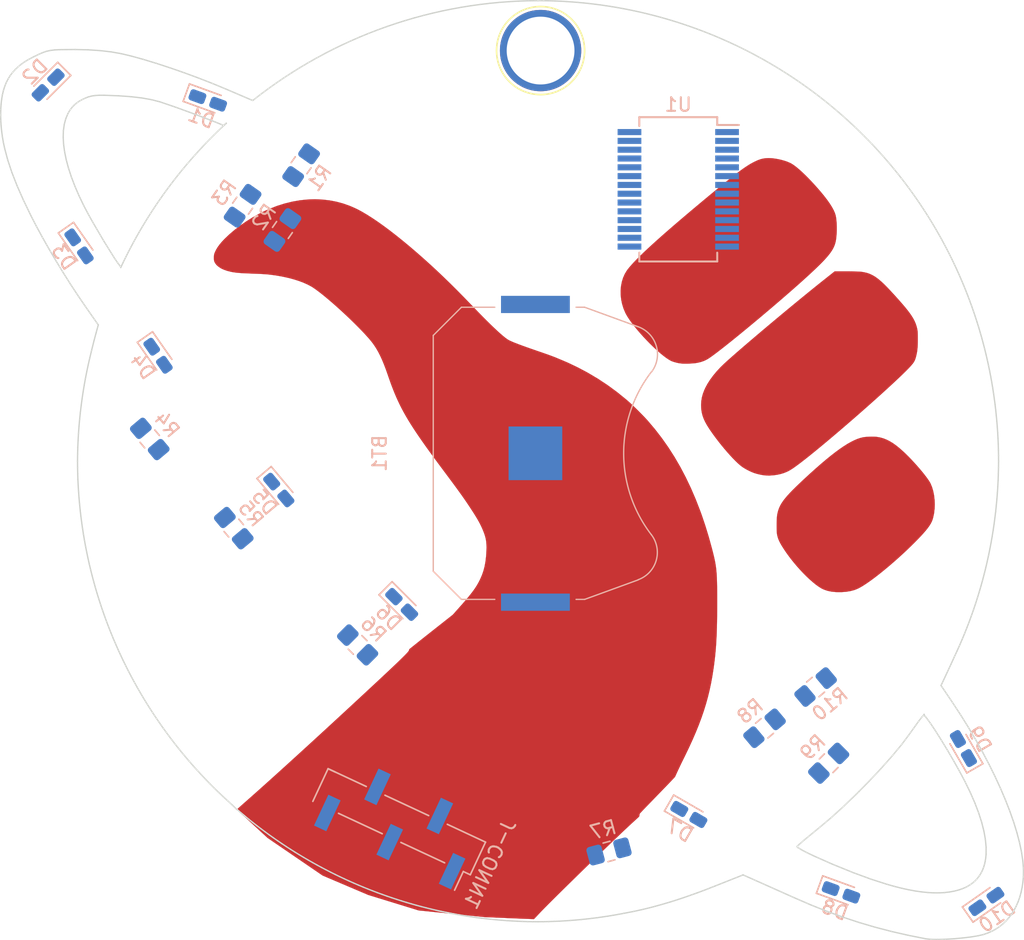
<source format=kicad_pcb>
(kicad_pcb (version 20171130) (host pcbnew "(5.1.3)-3")
  (layers (0 F.Cu signal hide) (31 B.Cu signal) (34 B.Paste user) (35 F.Paste user) (36 B.SilkS user) (37 F.SilkS user) (38 B.Mask user hide) (39 F.Mask user hide) (44 Edge.Cuts user))
  (net 0 "")
  (net 1 "Net-(BT1-Pad1)")
  (net 2 "Net-(BT1-Pad2)")
  (net 3 "Net-(D1-Pad2)")
  (net 4 "Net-(D1-Pad1)")
  (net 5 "Net-(D2-Pad2)")
  (net 6 "Net-(D2-Pad1)")
  (net 7 "Net-(D3-Pad2)")
  (net 8 "Net-(D3-Pad1)")
  (net 9 "Net-(D4-Pad2)")
  (net 10 "Net-(D4-Pad1)")
  (net 11 "Net-(D5-Pad2)")
  (net 12 "Net-(D5-Pad1)")
  (net 13 "Net-(D6-Pad2)")
  (net 14 "Net-(D6-Pad1)")
  (net 15 "Net-(D7-Pad2)")
  (net 16 "Net-(D7-Pad1)")
  (net 17 "Net-(D8-Pad2)")
  (net 18 "Net-(D8-Pad1)")
  (net 19 "Net-(D9-Pad2)")
  (net 20 "Net-(D9-Pad1)")
  (net 21 "Net-(D10-Pad2)")
  (net 22 "Net-(D10-Pad1)")
  (net 23 "Net-(J-CONN1-Pad4)")
  (net 24 "Net-(J-CONN1-Pad2)")
  (net 25 "Net-(J-CONN1-Pad3)")
  (net 26 "Net-(U1-Pad18)")
  (net 27 "Net-(U1-Pad13)")
  (net 28 "Net-(U1-Pad12)")
  (net 29 "Net-(U1-Pad11)")
  (net 30 "Net-(U1-Pad10)")
  (net 31 "Net-(U1-Pad9)")
  (net 32 "Net-(U1-Pad8)")
  (net 33 "Net-(U1-Pad7)")
  (net 34 "Net-(U1-Pad6)")
  (net 35 "Net-(U1-Pad23)")
  (net 36 "Net-(U1-Pad22)")
  (net 37 "Net-(U1-Pad14)")
  (module TestPoint:TestPoint_Plated_Hole_D5.0mm (layer F.Cu) (at 152.42 62.98)
    (fp_text reference DNP)
    (fp_text value TestPoint_Plated_Hole_D5.0mm)
    (pad 1 thru_hole circle (at 0 0) (size 6 6) (drill 5) (layers *.Cu *.Mask))
  )
  (module Resistor_SMD:R_0805_2012Metric_Pad1.15x1.40mm_HandSolder (layer B.Cu) (at 172.714803 109.948858 40)
    (fp_text reference R10 (at 0.000001 1.65 40) (layer B.SilkS) (effects (justify mirror)))
    (fp_text value R)
    (pad 2 smd roundrect (at 1.025 0 40) (size 1.15 1.4) (layers B.Cu B.Paste B.Mask) (roundrect_rratio 0.217391) (net 21 "Net-(D10-Pad2)"))
    (pad 1 smd roundrect (at -1.025 0 40) (size 1.15 1.4) (layers B.Cu B.Paste B.Mask) (roundrect_rratio 0.217391) (net 1 "Net-(BT1-Pad1)"))
  )
  (module Resistor_SMD:R_0805_2012Metric_Pad1.15x1.40mm_HandSolder (layer B.Cu) (at 173.68 115.57 225)
    (fp_text reference R9 (at 0 1.65 45) (layer B.SilkS) (effects (justify mirror)))
    (fp_text value R)
    (pad 2 smd roundrect (at 1.025 0 225) (size 1.15 1.4) (layers B.Cu B.Paste B.Mask) (roundrect_rratio 0.217391) (net 19 "Net-(D9-Pad2)"))
    (pad 1 smd roundrect (at -1.025 0 225) (size 1.15 1.4) (layers B.Cu B.Paste B.Mask) (roundrect_rratio 0.217391) (net 1 "Net-(BT1-Pad1)"))
  )
  (module Resistor_SMD:R_0805_2012Metric_Pad1.15x1.40mm_HandSolder (layer B.Cu) (at 168.945196 112.991138 220)
    (fp_text reference R8 (at 0.000001 1.65 40) (layer B.SilkS) (effects (justify mirror)))
    (fp_text value R)
    (pad 2 smd roundrect (at 1.025 0 220) (size 1.15 1.4) (layers B.Cu B.Paste B.Mask) (roundrect_rratio 0.217391) (net 17 "Net-(D8-Pad2)"))
    (pad 1 smd roundrect (at -1.025 0 220) (size 1.15 1.4) (layers B.Cu B.Paste B.Mask) (roundrect_rratio 0.217391) (net 1 "Net-(BT1-Pad1)"))
  )
  (module Resistor_SMD:R_0805_2012Metric_Pad1.15x1.40mm_HandSolder (layer B.Cu) (at 157.47 122.08 195)
    (fp_text reference R7 (at -0.000001 1.65 15) (layer B.SilkS) (effects (justify mirror)))
    (fp_text value R)
    (pad 2 smd roundrect (at 1.025 0 195) (size 1.15 1.4) (layers B.Cu B.Paste B.Mask) (roundrect_rratio 0.217391) (net 15 "Net-(D7-Pad2)"))
    (pad 1 smd roundrect (at -1.025 0 195) (size 1.15 1.4) (layers B.Cu B.Paste B.Mask) (roundrect_rratio 0.217391) (net 1 "Net-(BT1-Pad1)"))
  )
  (module Resistor_SMD:R_0805_2012Metric_Pad1.15x1.40mm_HandSolder (layer B.Cu) (at 138.92 106.84 135)
    (fp_text reference R6 (at 0 1.65 135) (layer B.SilkS) (effects (justify mirror)))
    (fp_text value R)
    (pad 2 smd roundrect (at 1.025 0 135) (size 1.15 1.4) (layers B.Cu B.Paste B.Mask) (roundrect_rratio 0.217391) (net 13 "Net-(D6-Pad2)"))
    (pad 1 smd roundrect (at -1.025 0 135) (size 1.15 1.4) (layers B.Cu B.Paste B.Mask) (roundrect_rratio 0.217391) (net 1 "Net-(BT1-Pad1)"))
  )
  (module Resistor_SMD:R_0805_2012Metric_Pad1.15x1.40mm_HandSolder (layer B.Cu) (at 129.78 98.22 130)
    (fp_text reference R5 (at 0.000001 1.65 130) (layer B.SilkS) (effects (justify mirror)))
    (fp_text value R)
    (pad 2 smd roundrect (at 1.025 0 130) (size 1.15 1.4) (layers B.Cu B.Paste B.Mask) (roundrect_rratio 0.217391) (net 11 "Net-(D5-Pad2)"))
    (pad 1 smd roundrect (at -1.025 0 130) (size 1.15 1.4) (layers B.Cu B.Paste B.Mask) (roundrect_rratio 0.217391) (net 1 "Net-(BT1-Pad1)"))
  )
  (module Resistor_SMD:R_0805_2012Metric_Pad1.15x1.40mm_HandSolder (layer B.Cu) (at 123.58 91.64 130)
    (fp_text reference R4 (at 0.000001 1.65 130) (layer B.SilkS) (effects (justify mirror)))
    (fp_text value R)
    (pad 2 smd roundrect (at 1.025 0 130) (size 1.15 1.4) (layers B.Cu B.Paste B.Mask) (roundrect_rratio 0.217391) (net 9 "Net-(D4-Pad2)"))
    (pad 1 smd roundrect (at -1.025 0 130) (size 1.15 1.4) (layers B.Cu B.Paste B.Mask) (roundrect_rratio 0.217391) (net 1 "Net-(BT1-Pad1)"))
  )
  (module Resistor_SMD:R_0805_2012Metric_Pad1.15x1.40mm_HandSolder (layer B.Cu) (at 130.43 74.43 235)
    (fp_text reference R3 (at 0.000001 1.65 55) (layer B.SilkS) (effects (justify mirror)))
    (fp_text value R)
    (pad 2 smd roundrect (at 1.025 0 235) (size 1.15 1.4) (layers B.Cu B.Paste B.Mask) (roundrect_rratio 0.217391) (net 7 "Net-(D3-Pad2)"))
    (pad 1 smd roundrect (at -1.025 0 235) (size 1.15 1.4) (layers B.Cu B.Paste B.Mask) (roundrect_rratio 0.217391) (net 1 "Net-(BT1-Pad1)"))
  )
  (module Resistor_SMD:R_0805_2012Metric_Pad1.15x1.40mm_HandSolder (layer B.Cu) (at 133.37 76.22 235)
    (fp_text reference R2 (at 0 1.65 55) (layer B.SilkS) (effects (justify mirror)))
    (fp_text value R)
    (pad 2 smd roundrect (at 1.025 0 235) (size 1.15 1.4) (layers B.Cu B.Paste B.Mask) (roundrect_rratio 0.217391) (net 5 "Net-(D2-Pad2)"))
    (pad 1 smd roundrect (at -1.025 0 235) (size 1.15 1.4) (layers B.Cu B.Paste B.Mask) (roundrect_rratio 0.217391) (net 1 "Net-(BT1-Pad1)"))
  )
  (module Resistor_SMD:R_0805_2012Metric_Pad1.15x1.40mm_HandSolder (layer B.Cu) (at 134.75 71.44 55)
    (fp_text reference R1 (at 0 1.65 55) (layer B.SilkS) (effects (justify mirror)))
    (fp_text value R)
    (pad 2 smd roundrect (at 1.025 0 55) (size 1.15 1.4) (layers B.Cu B.Paste B.Mask) (roundrect_rratio 0.217391) (net 3 "Net-(D1-Pad2)"))
    (pad 1 smd roundrect (at -1.025 0 55) (size 1.15 1.4) (layers B.Cu B.Paste B.Mask) (roundrect_rratio 0.217391) (net 1 "Net-(BT1-Pad1)"))
  )
  (module LED_SMD:LED_0603_1608Metric_Castellated (layer B.Cu) (at 185.32 125.77 35)
    (fp_text reference D10 (at 0 1.38 35) (layer B.SilkS) (effects (justify mirror)))
    (fp_text value LED)
    (pad 2 smd roundrect (at 0.8125 0 35) (size 1.225 0.85) (layers B.Cu B.Paste B.Mask) (net 21 "Net-(D10-Pad2)"))
    (pad 1 smd roundrect (at -0.8125 0 35) (size 1.225 0.85) (layers B.Cu B.Paste B.Mask) (net 22 "Net-(D10-Pad1)"))
  )
  (module LED_SMD:LED_0603_1608Metric_Castellated (layer B.Cu) (at 183.62375 114.486354 120)
    (fp_text reference D9 (at 0 1.38 120) (layer B.SilkS) (effects (justify mirror)))
    (fp_text value LED)
    (pad 2 smd roundrect (at 0.8125 0 120) (size 1.225 0.85) (layers B.Cu B.Paste B.Mask) (net 19 "Net-(D9-Pad2)"))
    (pad 1 smd roundrect (at -0.8125 0 120) (size 1.225 0.85) (layers B.Cu B.Paste B.Mask) (net 20 "Net-(D9-Pad1)"))
  )
  (module LED_SMD:LED_0603_1608Metric_Castellated (layer B.Cu) (at 174.59 125.1 340)
    (fp_text reference D8 (at 0 1.38 160) (layer B.SilkS) (effects (justify mirror)))
    (fp_text value LED)
    (pad 2 smd roundrect (at 0.8125 0 340) (size 1.225 0.85) (layers B.Cu B.Paste B.Mask) (net 17 "Net-(D8-Pad2)"))
    (pad 1 smd roundrect (at -0.8125 0 340) (size 1.225 0.85) (layers B.Cu B.Paste B.Mask) (net 18 "Net-(D8-Pad1)"))
  )
  (module LED_SMD:LED_0603_1608Metric_Castellated (layer B.Cu) (at 163.36 119.35 330)
    (fp_text reference D7 (at 0 1.38 150) (layer B.SilkS) (effects (justify mirror)))
    (fp_text value LED)
    (pad 2 smd roundrect (at 0.8125 0 330) (size 1.225 0.85) (layers B.Cu B.Paste B.Mask) (net 15 "Net-(D7-Pad2)"))
    (pad 1 smd roundrect (at -0.8125 0 330) (size 1.225 0.85) (layers B.Cu B.Paste B.Mask) (net 16 "Net-(D7-Pad1)"))
  )
  (module LED_SMD:LED_0603_1608Metric_Castellated (layer B.Cu) (at 142.17 103.85 315)
    (fp_text reference D6 (at 0 1.379999 135) (layer B.SilkS) (effects (justify mirror)))
    (fp_text value LED)
    (pad 2 smd roundrect (at 0.8125 0 315) (size 1.225 0.85) (layers B.Cu B.Paste B.Mask) (net 13 "Net-(D6-Pad2)"))
    (pad 1 smd roundrect (at -0.8125 0 315) (size 1.225 0.85) (layers B.Cu B.Paste B.Mask) (net 14 "Net-(D6-Pad1)"))
  )
  (module LED_SMD:LED_0603_1608Metric_Castellated (layer B.Cu) (at 133.1 95.41 310)
    (fp_text reference D5 (at 0 1.38 130) (layer B.SilkS) (effects (justify mirror)))
    (fp_text value LED)
    (pad 2 smd roundrect (at 0.8125 0 310) (size 1.225 0.85) (layers B.Cu B.Paste B.Mask) (net 11 "Net-(D5-Pad2)"))
    (pad 1 smd roundrect (at -0.8125 0 310) (size 1.225 0.85) (layers B.Cu B.Paste B.Mask) (net 12 "Net-(D5-Pad1)"))
  )
  (module LED_SMD:LED_0603_1608Metric_Castellated (layer B.Cu) (at 124.19 85.5 305)
    (fp_text reference D4 (at 0 1.38 125) (layer B.SilkS) (effects (justify mirror)))
    (fp_text value LED)
    (pad 2 smd roundrect (at 0.8125 0 305) (size 1.225 0.85) (layers B.Cu B.Paste B.Mask) (net 9 "Net-(D4-Pad2)"))
    (pad 1 smd roundrect (at -0.8125 0 305) (size 1.225 0.85) (layers B.Cu B.Paste B.Mask) (net 10 "Net-(D4-Pad1)"))
  )
  (module LED_SMD:LED_0603_1608Metric_Castellated (layer B.Cu) (at 118.36 77.43 305)
    (fp_text reference D3 (at 0 1.38 125) (layer B.SilkS) (effects (justify mirror)))
    (fp_text value LED)
    (pad 2 smd roundrect (at 0.8125 0 305) (size 1.225 0.85) (layers B.Cu B.Paste B.Mask) (net 7 "Net-(D3-Pad2)"))
    (pad 1 smd roundrect (at -0.8125 0 305) (size 1.225 0.85) (layers B.Cu B.Paste B.Mask) (net 8 "Net-(D3-Pad1)"))
  )
  (module LED_SMD:LED_0603_1608Metric_Castellated (layer B.Cu) (at 116.08 65.52 225)
    (fp_text reference D2 (at 0 1.379999 45) (layer B.SilkS) (effects (justify mirror)))
    (fp_text value LED)
    (pad 2 smd roundrect (at 0.8125 0 225) (size 1.225 0.85) (layers B.Cu B.Paste B.Mask) (net 5 "Net-(D2-Pad2)"))
    (pad 1 smd roundrect (at -0.8125 0 225) (size 1.225 0.85) (layers B.Cu B.Paste B.Mask) (net 6 "Net-(D2-Pad1)"))
  )
  (module LED_SMD:LED_0603_1608Metric_Castellated (layer B.Cu) (at 127.86 66.66 340)
    (fp_text reference D1 (at 0 1.38 160) (layer B.SilkS) (effects (justify mirror)))
    (fp_text value LED)
    (pad 2 smd roundrect (at 0.8125 0 340) (size 1.225 0.85) (layers B.Cu B.Paste B.Mask) (net 3 "Net-(D1-Pad2)"))
    (pad 1 smd roundrect (at -0.8125 0 340) (size 1.225 0.85) (layers B.Cu B.Paste B.Mask) (net 4 "Net-(D1-Pad1)"))
  )
  (module Package_SO:SSOP-28_5.3x10.2mm_P0.65mm (layer B.Cu) (at 162.58 73.22 180)
    (fp_text reference U1 (at 0 6.25) (layer B.SilkS) (effects (justify mirror)))
    (fp_text value ATmega4808-X)
    (pad 28 smd rect (at 3.6 4.225 180) (size 1.75 0.45) (layers B.Cu B.Paste B.Mask) (net 4 "Net-(D1-Pad1)"))
    (pad 27 smd rect (at 3.6 3.575 180) (size 1.75 0.45) (layers B.Cu B.Paste B.Mask) (net 6 "Net-(D2-Pad1)"))
    (pad 26 smd rect (at 3.6 2.925 180) (size 1.75 0.45) (layers B.Cu B.Paste B.Mask) (net 8 "Net-(D3-Pad1)"))
    (pad 25 smd rect (at 3.6 2.275 180) (size 1.75 0.45) (layers B.Cu B.Paste B.Mask) (net 10 "Net-(D4-Pad1)"))
    (pad 24 smd rect (at 3.6 1.625 180) (size 1.75 0.45) (layers B.Cu B.Paste B.Mask) (net 12 "Net-(D5-Pad1)"))
    (pad 23 smd rect (at 3.6 0.975 180) (size 1.75 0.45) (layers B.Cu B.Paste B.Mask) (net 35 "Net-(U1-Pad23)"))
    (pad 22 smd rect (at 3.6 0.325 180) (size 1.75 0.45) (layers B.Cu B.Paste B.Mask) (net 36 "Net-(U1-Pad22)"))
    (pad 21 smd rect (at 3.6 -0.325 180) (size 1.75 0.45) (layers B.Cu B.Paste B.Mask) (net 2 "Net-(BT1-Pad2)"))
    (pad 20 smd rect (at 3.6 -0.975 180) (size 1.75 0.45) (layers B.Cu B.Paste B.Mask) (net 1 "Net-(BT1-Pad1)"))
    (pad 19 smd rect (at 3.6 -1.625 180) (size 1.75 0.45) (layers B.Cu B.Paste B.Mask) (net 25 "Net-(J-CONN1-Pad3)"))
    (pad 18 smd rect (at 3.6 -2.275 180) (size 1.75 0.45) (layers B.Cu B.Paste B.Mask) (net 26 "Net-(U1-Pad18)"))
    (pad 17 smd rect (at 3.6 -2.925 180) (size 1.75 0.45) (layers B.Cu B.Paste B.Mask) (net 23 "Net-(J-CONN1-Pad4)"))
    (pad 16 smd rect (at 3.6 -3.575 180) (size 1.75 0.45) (layers B.Cu B.Paste B.Mask) (net 24 "Net-(J-CONN1-Pad2)"))
    (pad 15 smd rect (at 3.6 -4.225 180) (size 1.75 0.45) (layers B.Cu B.Paste B.Mask) (net 2 "Net-(BT1-Pad2)"))
    (pad 14 smd rect (at -3.6 -4.225 180) (size 1.75 0.45) (layers B.Cu B.Paste B.Mask) (net 37 "Net-(U1-Pad14)"))
    (pad 13 smd rect (at -3.6 -3.575 180) (size 1.75 0.45) (layers B.Cu B.Paste B.Mask) (net 27 "Net-(U1-Pad13)"))
    (pad 12 smd rect (at -3.6 -2.925 180) (size 1.75 0.45) (layers B.Cu B.Paste B.Mask) (net 28 "Net-(U1-Pad12)"))
    (pad 11 smd rect (at -3.6 -2.275 180) (size 1.75 0.45) (layers B.Cu B.Paste B.Mask) (net 29 "Net-(U1-Pad11)"))
    (pad 10 smd rect (at -3.6 -1.625 180) (size 1.75 0.45) (layers B.Cu B.Paste B.Mask) (net 30 "Net-(U1-Pad10)"))
    (pad 9 smd rect (at -3.6 -0.975 180) (size 1.75 0.45) (layers B.Cu B.Paste B.Mask) (net 31 "Net-(U1-Pad9)"))
    (pad 8 smd rect (at -3.6 -0.325 180) (size 1.75 0.45) (layers B.Cu B.Paste B.Mask) (net 32 "Net-(U1-Pad8)"))
    (pad 7 smd rect (at -3.6 0.325 180) (size 1.75 0.45) (layers B.Cu B.Paste B.Mask) (net 33 "Net-(U1-Pad7)"))
    (pad 6 smd rect (at -3.6 0.975 180) (size 1.75 0.45) (layers B.Cu B.Paste B.Mask) (net 34 "Net-(U1-Pad6)"))
    (pad 5 smd rect (at -3.6 1.625 180) (size 1.75 0.45) (layers B.Cu B.Paste B.Mask) (net 22 "Net-(D10-Pad1)"))
    (pad 4 smd rect (at -3.6 2.275 180) (size 1.75 0.45) (layers B.Cu B.Paste B.Mask) (net 20 "Net-(D9-Pad1)"))
    (pad 3 smd rect (at -3.6 2.925 180) (size 1.75 0.45) (layers B.Cu B.Paste B.Mask) (net 18 "Net-(D8-Pad1)"))
    (pad 2 smd rect (at -3.6 3.575 180) (size 1.75 0.45) (layers B.Cu B.Paste B.Mask) (net 16 "Net-(D7-Pad1)"))
    (pad 1 smd rect (at -3.6 4.225 180) (size 1.75 0.45) (layers B.Cu B.Paste B.Mask) (net 14 "Net-(D6-Pad1)"))
  )
  (module Connector_PinHeader_2.54mm:PinHeader_1x05_P2.54mm_Vertical_SMD_Pin1Left (layer B.Cu) (at 141.986 119.888 65)
    (fp_text reference J-CONN1 (at 0 7.41 65) (layer B.SilkS) (effects (justify mirror)))
    (fp_text value Conn_01x05_Male)
    (pad 4 smd rect (at 1.655 -2.54 65) (size 2.51 1) (layers B.Cu B.Paste B.Mask) (net 23 "Net-(J-CONN1-Pad4)"))
    (pad 2 smd rect (at 1.655 2.54 65) (size 2.51 1) (layers B.Cu B.Paste B.Mask) (net 24 "Net-(J-CONN1-Pad2)"))
    (pad 5 smd rect (at -1.655 -5.08 65) (size 2.51 1) (layers B.Cu B.Paste B.Mask) (net 2 "Net-(BT1-Pad2)"))
    (pad 3 smd rect (at -1.655 0 65) (size 2.51 1) (layers B.Cu B.Paste B.Mask) (net 25 "Net-(J-CONN1-Pad3)"))
    (pad 1 smd rect (at -1.655 5.08 65) (size 2.51 1) (layers B.Cu B.Paste B.Mask) (net 1 "Net-(BT1-Pad1)"))
  )
  (module Battery:BatteryHolder_Keystone_3034_1x20mm (layer B.Cu) (at 152.04 92.7 270)
    (fp_text reference BT1 (at 0 11.5 90) (layer B.SilkS) (effects (justify mirror)))
    (fp_text value Battery_Cell)
    (pad 1 smd rect (at -10.985 0 270) (size 1.27 5.08) (layers B.Cu B.Paste B.Mask) (net 1 "Net-(BT1-Pad1)"))
    (pad 1 smd rect (at 10.985 0 270) (size 1.27 5.08) (layers B.Cu B.Paste B.Mask) (net 1 "Net-(BT1-Pad1)"))
    (pad 2 smd rect (at 0 0 270) (size 3.96 3.96) (layers B.Cu B.Paste B.Mask) (net 2 "Net-(BT1-Pad2)"))
  )
  (module LOGO (layer F.Cu) (at 149.3 93.5)
    (fp_text reference G2 hide)
    (fp_text value LOGO hide)
  )
  (module LOGO (layer F.Cu) (at 149.3 93.5)
    (fp_text reference G1 hide)
    (fp_text value LOGO hide)
    (fp_poly (pts (xy -12.997149 -19.525788) (xy -12.463908 -19.465424) (xy -11.940325 -19.365646) (xy -11.427833 -19.226461) (xy -10.927865 -19.047879) (xy -10.441853 -18.829908) (xy -10.392834 -18.805316) (xy -10.051598 -18.622237) (xy -9.685822 -18.406627) (xy -9.296816 -18.159477) (xy -8.88589 -17.88178) (xy -8.454353 -17.574529) (xy -8.003517 -17.238716) (xy -7.534691 -16.875333) (xy -7.049184 -16.485374) (xy -6.548306 -16.06983) (xy -6.033369 -15.629695) (xy -5.505681 -15.165961) (xy -5.058942 -14.763838) (xy -4.569476 -14.312359) (xy -4.069207 -13.83843) (xy -3.555603 -13.339559) (xy -3.026131 -12.813254) (xy -2.478261 -12.257026) (xy -1.909458 -11.668383) (xy -1.863629 -11.6205) (xy -1.51002 -11.25327) (xy -1.177511 -10.912978) (xy -0.866691 -10.600178) (xy -0.578154 -10.315424) (xy -0.312489 -10.059268) (xy -0.07029 -9.832265) (xy 0.147854 -9.634967) (xy 0.34135 -9.467928) (xy 0.509607 -9.3317) (xy 0.652033 -9.226839) (xy 0.768038 -9.153895) (xy 0.779856 -9.147473) (xy 0.89692 -9.090031) (xy 1.054011 -9.02117) (xy 1.25122 -8.940856) (xy 1.488642 -8.849053) (xy 1.766367 -8.745727) (xy 2.08449 -8.630841) (xy 2.443104 -8.504363) (xy 2.8423 -8.366255) (xy 2.921 -8.339293) (xy 3.151507 -8.260272) (xy 3.347844 -8.192539) (xy 3.515985 -8.133945) (xy 3.661904 -8.082344) (xy 3.791576 -8.035586) (xy 3.910975 -7.991524) (xy 4.026074 -7.948009) (xy 4.14285 -7.902893) (xy 4.233333 -7.867419) (xy 5.056854 -7.521926) (xy 5.851854 -7.145419) (xy 6.619146 -6.737406) (xy 7.359544 -6.297395) (xy 8.073862 -5.824893) (xy 8.762913 -5.319407) (xy 9.427511 -4.780447) (xy 9.641416 -4.595322) (xy 9.762462 -4.485912) (xy 9.905696 -4.351561) (xy 10.064778 -4.198604) (xy 10.233369 -4.033377) (xy 10.405127 -3.862214) (xy 10.573712 -3.69145) (xy 10.732785 -3.527422) (xy 10.876005 -3.376464) (xy 10.997031 -3.244912) (xy 11.031096 -3.20675) (xy 11.564317 -2.576165) (xy 12.069778 -1.921624) (xy 12.548383 -1.241543) (xy 13.001036 -0.534338) (xy 13.42864 0.201574) (xy 13.832101 0.967778) (xy 14.212321 1.765857) (xy 14.570206 2.597395) (xy 14.906659 3.463976) (xy 15.02413 3.788833) (xy 15.283847 4.558781) (xy 15.529917 5.365689) (xy 15.7613 6.206104) (xy 15.811751 6.401502) (xy 15.865032 6.613272) (xy 15.912453 6.809518) (xy 15.954353 6.994007) (xy 15.991068 7.170506) (xy 16.022935 7.342779) (xy 16.050291 7.514594) (xy 16.073473 7.689716) (xy 16.092819 7.87191) (xy 16.108664 8.064944) (xy 16.121346 8.272583) (xy 16.131202 8.498593) (xy 16.138569 8.74674) (xy 16.143784 9.020789) (xy 16.147184 9.324508) (xy 16.149105 9.661662) (xy 16.149886 10.036017) (xy 16.149952 10.181166) (xy 16.148812 10.706065) (xy 16.145103 11.192691) (xy 16.13861 11.645036) (xy 16.129116 12.067094) (xy 16.116406 12.46286) (xy 16.100262 12.836327) (xy 16.080469 13.19149) (xy 16.05681 13.532341) (xy 16.029069 13.862876) (xy 15.99703 14.187087) (xy 15.960476 14.508968) (xy 15.919192 14.832514) (xy 15.884623 15.08125) (xy 15.799659 15.62574) (xy 15.702678 16.15547) (xy 15.592313 16.674533) (xy 15.467198 17.187019) (xy 15.325964 17.697023) (xy 15.167246 18.208635) (xy 14.989675 18.725949) (xy 14.791885 19.253057) (xy 14.572508 19.79405) (xy 14.330179 20.353022) (xy 14.063528 20.934065) (xy 13.77119 21.541271) (xy 13.634401 21.817125) (xy 13.572027 21.943363) (xy 13.501194 22.089203) (xy 13.425251 22.247518) (xy 13.347549 22.411181) (xy 13.271435 22.573065) (xy 13.200261 22.726043) (xy 13.137375 22.862986) (xy 13.086127 22.976769) (xy 13.049867 23.060264) (xy 13.047594 23.065711) (xy 13.030175 23.087611) (xy 12.985307 23.137494) (xy 12.915154 23.213093) (xy 12.821885 23.31214) (xy 12.707663 23.432368) (xy 12.574657 23.57151) (xy 12.425031 23.7273) (xy 12.260952 23.89747) (xy 12.084585 24.079753) (xy 11.898098 24.271883) (xy 11.736916 24.437474) (xy 11.543853 24.635803) (xy 11.359206 24.825945) (xy 11.18513 25.005656) (xy 11.023776 25.172693) (xy 10.877297 25.324812) (xy 10.747848 25.459769) (xy 10.637581 25.575319) (xy 10.548649 25.669219) (xy 10.483205 25.739225) (xy 10.443403 25.783094) (xy 10.431362 25.798096) (xy 10.421249 25.842968) (xy 10.41568 25.904923) (xy 10.415487 25.912126) (xy 10.408227 25.965303) (xy 10.3833 26.011406) (xy 10.332474 26.064886) (xy 10.324041 26.07267) (xy 10.275867 26.116635) (xy 10.204644 26.181473) (xy 10.118684 26.259625) (xy 10.026299 26.34353) (xy 9.991116 26.375461) (xy 9.832878 26.520293) (xy 9.648908 26.690886) (xy 9.441366 26.885136) (xy 9.212415 27.100941) (xy 8.964213 27.336195) (xy 8.698923 27.588796) (xy 8.418705 27.856639) (xy 8.125719 28.13762) (xy 7.822126 28.429637) (xy 7.510087 28.730584) (xy 7.191763 29.038359) (xy 6.869314 29.350858) (xy 6.544901 29.665976) (xy 6.220686 29.98161) (xy 5.898827 30.295656) (xy 5.581487 30.60601) (xy 5.270826 30.910569) (xy 4.969005 31.207229) (xy 4.678184 31.493886) (xy 4.400524 31.768436) (xy 4.138186 32.028775) (xy 3.893331 32.2728) (xy 3.668119 32.498407) (xy 3.464711 32.703492) (xy 3.285268 32.885951) (xy 3.13195 33.043681) (xy 3.006919 33.174578) (xy 2.995083 33.187143) (xy 2.63525 33.569798) (xy 2.4765 33.567303) (xy 2.430083 33.566016) (xy 2.345014 33.563065) (xy 2.224936 33.558595) (xy 2.073491 33.552752) (xy 1.894321 33.54568) (xy 1.691069 33.537526) (xy 1.467378 33.528433) (xy 1.22689 33.518548) (xy 0.973248 33.508014) (xy 0.710094 33.496979) (xy 0.677333 33.495597) (xy -0.963084 33.426387) (xy -3.418417 33.179992) (xy -5.87375 32.933596) (xy -7.736417 32.361285) (xy -9.599084 31.788975) (xy -11.282791 31.072629) (xy -12.966499 30.356284) (xy -14.997541 28.967948) (xy -17.028584 27.579612) (xy -18.155709 26.539478) (xy -18.340022 26.369175) (xy -18.514959 26.20712) (xy -18.678066 26.055609) (xy -18.826893 25.91694) (xy -18.958986 25.793412) (xy -19.071893 25.687321) (xy -19.163162 25.600965) (xy -19.230341 25.536643) (xy -19.270977 25.496651) (xy -19.282834 25.483403) (xy -19.267463 25.466319) (xy -19.223676 25.424566) (xy -19.154961 25.361301) (xy -19.064806 25.279678) (xy -18.956701 25.182855) (xy -18.834132 25.073986) (xy -18.700589 24.956228) (xy -18.684875 24.942426) (xy -18.335261 24.634293) (xy -17.956611 24.298391) (xy -17.55052 23.936176) (xy -17.118583 23.549102) (xy -16.662392 23.138624) (xy -16.183543 22.706197) (xy -15.68363 22.253275) (xy -15.164245 21.781313) (xy -14.626985 21.291766) (xy -14.073441 20.786088) (xy -13.50521 20.265734) (xy -12.923884 19.732159) (xy -12.331058 19.186817) (xy -11.728326 18.631163) (xy -11.117282 18.066652) (xy -10.499519 17.494738) (xy -9.876633 16.916877) (xy -9.250217 16.334522) (xy -9.154881 16.245784) (xy -8.804967 15.919684) (xy -8.485316 15.621022) (xy -8.194863 15.34876) (xy -7.932548 15.101863) (xy -7.697307 14.879291) (xy -7.488078 14.680009) (xy -7.303798 14.502978) (xy -7.143403 14.347162) (xy -7.005832 14.211523) (xy -6.890022 14.095024) (xy -6.79491 13.996627) (xy -6.719434 13.915295) (xy -6.66253 13.849991) (xy -6.623136 13.799678) (xy -6.60019 13.763319) (xy -6.593299 13.745404) (xy -6.578987 13.691879) (xy -6.565698 13.658107) (xy -6.547329 13.641531) (xy -6.497993 13.600608) (xy -6.41999 13.537175) (xy -6.315621 13.453066) (xy -6.187183 13.350118) (xy -6.036977 13.230165) (xy -5.867303 13.095042) (xy -5.68046 12.946586) (xy -5.478748 12.786631) (xy -5.264467 12.617014) (xy -5.039915 12.439569) (xy -4.953 12.370965) (xy -3.354917 11.109966) (xy -2.861026 10.555608) (xy -2.624741 10.288439) (xy -2.415787 10.047618) (xy -2.231537 9.829577) (xy -2.069367 9.630749) (xy -1.926654 9.447567) (xy -1.800773 9.276464) (xy -1.689099 9.113873) (xy -1.589008 8.956227) (xy -1.497877 8.799958) (xy -1.413079 8.641499) (xy -1.331992 8.477283) (xy -1.331975 8.47725) (xy -1.201802 8.176673) (xy -1.095769 7.870151) (xy -1.012049 7.550194) (xy -0.948813 7.209313) (xy -0.904232 6.840017) (xy -0.890119 6.6675) (xy -0.873715 6.385832) (xy -0.867994 6.137854) (xy -0.87386 5.916069) (xy -0.892215 5.712979) (xy -0.92396 5.521085) (xy -0.969999 5.332891) (xy -1.031234 5.140899) (xy -1.093897 4.974166) (xy -1.172649 4.783444) (xy -1.255206 4.599713) (xy -1.344892 4.416887) (xy -1.445029 4.228874) (xy -1.55894 4.029589) (xy -1.689947 3.81294) (xy -1.841375 3.572841) (xy -1.95205 3.401741) (xy -2.06837 3.224034) (xy -2.179789 3.055435) (xy -2.288644 2.892669) (xy -2.397274 2.732458) (xy -2.508014 2.571526) (xy -2.623202 2.406595) (xy -2.745175 2.23439) (xy -2.87627 2.051633) (xy -3.018825 1.855048) (xy -3.175175 1.641358) (xy -3.347658 1.407286) (xy -3.538612 1.149555) (xy -3.750372 0.864889) (xy -3.985277 0.550011) (xy -4.000846 0.529166) (xy -4.364373 0.040819) (xy -4.702457 -0.417086) (xy -5.016459 -0.846875) (xy -5.307737 -1.250875) (xy -5.577651 -1.631412) (xy -5.82756 -1.990812) (xy -6.058825 -2.331401) (xy -6.272804 -2.655507) (xy -6.470856 -2.965454) (xy -6.654342 -3.263571) (xy -6.824621 -3.552182) (xy -6.983052 -3.833615) (xy -7.130995 -4.110195) (xy -7.269808 -4.384249) (xy -7.400853 -4.658104) (xy -7.525487 -4.934085) (xy -7.64507 -5.214519) (xy -7.760963 -5.501733) (xy -7.874524 -5.798052) (xy -7.987113 -6.105803) (xy -8.100089 -6.427313) (xy -8.148414 -6.568277) (xy -8.29232 -6.977274) (xy -8.432913 -7.348112) (xy -8.57214 -7.684638) (xy -8.711947 -7.990699) (xy -8.854283 -8.270142) (xy -9.001093 -8.526814) (xy -9.154326 -8.764561) (xy -9.315928 -8.98723) (xy -9.468294 -9.17575) (xy -9.657438 -9.392731) (xy -9.869088 -9.624777) (xy -10.1002 -9.869123) (xy -10.347731 -10.123006) (xy -10.60864 -10.383661) (xy -10.879882 -10.648323) (xy -11.158417 -10.914227) (xy -11.4412 -11.17861) (xy -11.72519 -11.438707) (xy -12.007344 -11.691753) (xy -12.284619 -11.934984) (xy -12.553972 -12.165634) (xy -12.812361 -12.380941) (xy -13.056743 -12.578139) (xy -13.284076 -12.754463) (xy -13.491317 -12.907149) (xy -13.675423 -13.033434) (xy -13.799198 -13.11076) (xy -14.069823 -13.255357) (xy -14.377649 -13.392178) (xy -14.718022 -13.519794) (xy -15.08629 -13.636776) (xy -15.477797 -13.741697) (xy -15.88789 -13.833127) (xy -16.311917 -13.909639) (xy -16.488834 -13.936381) (xy -16.642999 -13.95787) (xy -16.784065 -13.976209) (xy -16.918074 -13.991851) (xy -17.051068 -14.005248) (xy -17.18909 -14.016853) (xy -17.33818 -14.027119) (xy -17.50438 -14.036497) (xy -17.693733 -14.045439) (xy -17.91228 -14.054399) (xy -18.166062 -14.063828) (xy -18.213917 -14.065538) (xy -18.491388 -14.076168) (xy -18.731663 -14.087169) (xy -18.939878 -14.098982) (xy -19.12117 -14.112046) (xy -19.280676 -14.1268) (xy -19.423533 -14.143685) (xy -19.554876 -14.16314) (xy -19.679844 -14.185604) (xy -19.726717 -14.195019) (xy -19.997109 -14.262364) (xy -20.240305 -14.346566) (xy -20.453712 -14.446119) (xy -20.634739 -14.559516) (xy -20.780793 -14.685248) (xy -20.889281 -14.821808) (xy -20.928735 -14.893906) (xy -20.955532 -14.955513) (xy -20.972508 -15.010504) (xy -20.981778 -15.071711) (xy -20.985456 -15.151963) (xy -20.985788 -15.24) (xy -20.983884 -15.348267) (xy -20.977675 -15.428619) (xy -20.964764 -15.495432) (xy -20.942756 -15.563082) (xy -20.924038 -15.610417) (xy -20.834113 -15.803431) (xy -20.72288 -15.99329) (xy -20.586383 -16.18551) (xy -20.420667 -16.385609) (xy -20.221778 -16.599101) (xy -20.197598 -16.623749) (xy -19.842425 -16.9621) (xy -19.45156 -17.294149) (xy -19.031601 -17.615481) (xy -18.589149 -17.921679) (xy -18.130802 -18.208327) (xy -17.663158 -18.471008) (xy -17.192818 -18.705307) (xy -16.879944 -18.844009) (xy -16.319204 -19.059787) (xy -15.758095 -19.23609) (xy -15.19805 -19.372927) (xy -14.640499 -19.470307) (xy -14.086878 -19.528238) (xy -13.538617 -19.546729) (xy -12.997149 -19.525788)) (layer F.Cu) (width 0.01))
    (fp_poly (pts (xy 27.706771 -2.026428) (xy 27.856826 -2.019091) (xy 27.930563 -2.011773) (xy 28.173283 -1.969359) (xy 28.411704 -1.902807) (xy 28.648928 -1.810296) (xy 28.888054 -1.690004) (xy 29.132183 -1.540109) (xy 29.384414 -1.358791) (xy 29.647847 -1.144227) (xy 29.925583 -0.894596) (xy 30.075563 -0.751417) (xy 30.278269 -0.549981) (xy 30.482641 -0.338597) (xy 30.685529 -0.121032) (xy 30.883784 0.098943) (xy 31.074254 0.31756) (xy 31.253789 0.53105) (xy 31.419239 0.735644) (xy 31.567453 0.927573) (xy 31.695282 1.103068) (xy 31.799575 1.25836) (xy 31.877181 1.389681) (xy 31.896223 1.426757) (xy 32.006978 1.693336) (xy 32.093912 1.987838) (xy 32.156626 2.302924) (xy 32.194717 2.63125) (xy 32.207786 2.965476) (xy 32.195433 3.29826) (xy 32.157256 3.622262) (xy 32.092856 3.930141) (xy 32.042168 4.101946) (xy 31.988196 4.239425) (xy 31.914096 4.384567) (xy 31.817849 4.54009) (xy 31.697437 4.708711) (xy 31.550843 4.893147) (xy 31.376048 5.096115) (xy 31.171036 5.320332) (xy 31.01662 5.482912) (xy 30.727612 5.778048) (xy 30.426517 6.075545) (xy 30.116109 6.373107) (xy 29.799161 6.66844) (xy 29.478444 6.959249) (xy 29.156731 7.243242) (xy 28.836796 7.518122) (xy 28.52141 7.781597) (xy 28.213347 8.03137) (xy 27.915379 8.26515) (xy 27.630278 8.48064) (xy 27.360818 8.675547) (xy 27.109771 8.847576) (xy 26.879909 8.994433) (xy 26.674006 9.113824) (xy 26.553583 9.175975) (xy 26.288236 9.283608) (xy 25.992343 9.36416) (xy 25.668195 9.417269) (xy 25.318084 9.44257) (xy 24.9443 9.439701) (xy 24.902583 9.437689) (xy 24.580895 9.405496) (xy 24.287322 9.344045) (xy 24.023066 9.253638) (xy 23.856872 9.173669) (xy 23.659878 9.053335) (xy 23.44549 8.899707) (xy 23.217159 8.71634) (xy 22.978331 8.50679) (xy 22.732456 8.27461) (xy 22.482982 8.023356) (xy 22.233358 7.756581) (xy 21.987032 7.47784) (xy 21.747453 7.190688) (xy 21.518068 6.89868) (xy 21.302328 6.60537) (xy 21.148262 6.38175) (xy 21.009603 6.170064) (xy 20.895064 5.985361) (xy 20.801895 5.821906) (xy 20.727345 5.673969) (xy 20.668666 5.535816) (xy 20.623107 5.401716) (xy 20.587919 5.265937) (xy 20.569524 5.17525) (xy 20.558668 5.088896) (xy 20.550576 4.968454) (xy 20.545189 4.822074) (xy 20.542449 4.657907) (xy 20.542297 4.484104) (xy 20.544673 4.308814) (xy 20.549519 4.14019) (xy 20.556775 3.98638) (xy 20.566383 3.855537) (xy 20.578284 3.75581) (xy 20.579864 3.746315) (xy 20.611767 3.586818) (xy 20.651992 3.43381) (xy 20.702401 3.284802) (xy 20.764852 3.137308) (xy 20.841208 2.988841) (xy 20.933329 2.836913) (xy 21.043074 2.679036) (xy 21.172305 2.512723) (xy 21.322881 2.335487) (xy 21.496665 2.144841) (xy 21.695515 1.938297) (xy 21.921293 1.713368) (xy 22.175859 1.467566) (xy 22.461073 1.198404) (xy 22.5425 1.122406) (xy 22.989387 0.710517) (xy 23.411053 0.331017) (xy 23.808584 -0.016869) (xy 24.183071 -0.333915) (xy 24.535602 -0.620896) (xy 24.867267 -0.878587) (xy 25.179154 -1.107761) (xy 25.472352 -1.309194) (xy 25.747951 -1.483661) (xy 26.007039 -1.631934) (xy 26.250705 -1.754791) (xy 26.480039 -1.853003) (xy 26.696129 -1.927348) (xy 26.900064 -1.978597) (xy 26.903437 -1.979275) (xy 27.029663 -1.99857) (xy 27.185564 -2.013328) (xy 27.358686 -2.023152) (xy 27.536573 -2.027651) (xy 27.706771 -2.026428)) (layer F.Cu) (width 0.01))
    (fp_poly (pts (xy 25.866243 -14.223294) (xy 26.0566 -14.221746) (xy 26.235764 -14.219287) (xy 26.397717 -14.216043) (xy 26.536441 -14.212138) (xy 26.64592 -14.207696) (xy 26.720135 -14.20284) (xy 26.729042 -14.201958) (xy 26.972178 -14.166847) (xy 27.197606 -14.114037) (xy 27.410831 -14.040647) (xy 27.617354 -13.943798) (xy 27.822681 -13.820611) (xy 28.032313 -13.668206) (xy 28.251756 -13.483703) (xy 28.445603 -13.303822) (xy 28.571974 -13.179001) (xy 28.720096 -13.02716) (xy 28.884824 -12.853967) (xy 29.061012 -12.665093) (xy 29.243516 -12.466207) (xy 29.42719 -12.262981) (xy 29.60689 -12.061082) (xy 29.777469 -11.866183) (xy 29.933784 -11.683952) (xy 30.070689 -11.52006) (xy 30.12645 -11.451495) (xy 30.316812 -11.206413) (xy 30.476387 -10.98137) (xy 30.608152 -10.770866) (xy 30.715079 -10.5694) (xy 30.800146 -10.371472) (xy 30.866326 -10.171581) (xy 30.907469 -10.007483) (xy 30.922065 -9.937127) (xy 30.933366 -9.871302) (xy 30.941786 -9.803169) (xy 30.947737 -9.725888) (xy 30.951632 -9.63262) (xy 30.953883 -9.516525) (xy 30.954904 -9.370765) (xy 30.955113 -9.218084) (xy 30.953417 -8.977776) (xy 30.947779 -8.771371) (xy 30.937364 -8.59055) (xy 30.921334 -8.426996) (xy 30.898854 -8.272393) (xy 30.869087 -8.118423) (xy 30.831196 -7.956769) (xy 30.826328 -7.9375) (xy 30.7854 -7.792837) (xy 30.739638 -7.670319) (xy 30.683128 -7.559443) (xy 30.609955 -7.449703) (xy 30.514203 -7.330597) (xy 30.432481 -7.238128) (xy 30.294518 -7.090557) (xy 30.125874 -6.918144) (xy 29.928699 -6.722772) (xy 29.705142 -6.506323) (xy 29.457353 -6.270683) (xy 29.187482 -6.017733) (xy 28.897677 -5.749357) (xy 28.590088 -5.46744) (xy 28.266865 -5.173864) (xy 27.930157 -4.870513) (xy 27.582114 -4.55927) (xy 27.224885 -4.24202) (xy 26.86062 -3.920644) (xy 26.491467 -3.597027) (xy 26.119577 -3.273053) (xy 25.7471 -2.950604) (xy 25.376183 -2.631564) (xy 25.008978 -2.317817) (xy 24.647633 -2.011246) (xy 24.294298 -1.713735) (xy 23.951122 -1.427166) (xy 23.620255 -1.153424) (xy 23.303847 -0.894392) (xy 23.004046 -0.651954) (xy 22.723003 -0.427992) (xy 22.462866 -0.224391) (xy 22.225786 -0.043033) (xy 22.19325 -0.018544) (xy 21.998483 0.125935) (xy 21.830138 0.246433) (xy 21.682429 0.346445) (xy 21.549571 0.429463) (xy 21.425779 0.498983) (xy 21.305268 0.558499) (xy 21.182251 0.611504) (xy 21.092583 0.646221) (xy 20.851347 0.722077) (xy 20.586977 0.780633) (xy 20.312074 0.820337) (xy 20.039236 0.839638) (xy 19.781062 0.836985) (xy 19.642666 0.824734) (xy 19.450733 0.795321) (xy 19.24792 0.754108) (xy 19.05205 0.705122) (xy 18.883196 0.653168) (xy 18.705872 0.583837) (xy 18.511987 0.494885) (xy 18.316311 0.393896) (xy 18.133617 0.288455) (xy 17.991666 0.195429) (xy 17.846558 0.083017) (xy 17.681945 -0.061598) (xy 17.500934 -0.23483) (xy 17.306631 -0.433092) (xy 17.102144 -0.652798) (xy 16.890577 -0.890363) (xy 16.675038 -1.142199) (xy 16.458634 -1.404722) (xy 16.24447 -1.674343) (xy 16.035652 -1.947478) (xy 15.835289 -2.220541) (xy 15.646485 -2.489944) (xy 15.578704 -2.590183) (xy 15.403723 -2.865926) (xy 15.261309 -3.123318) (xy 15.149378 -3.368328) (xy 15.065848 -3.606927) (xy 15.008637 -3.845085) (xy 14.975661 -4.088772) (xy 14.964838 -4.343957) (xy 14.964833 -4.34975) (xy 14.978391 -4.632238) (xy 15.020477 -4.905451) (xy 15.093207 -5.17801) (xy 15.198697 -5.458537) (xy 15.281806 -5.640917) (xy 15.437869 -5.930555) (xy 15.629831 -6.229932) (xy 15.853872 -6.53415) (xy 16.106168 -6.838312) (xy 16.382897 -7.137521) (xy 16.664063 -7.411907) (xy 16.83391 -7.567561) (xy 17.034355 -7.747731) (xy 17.263006 -7.950406) (xy 17.517467 -8.173574) (xy 17.795347 -8.415224) (xy 18.094251 -8.673346) (xy 18.411787 -8.945927) (xy 18.745561 -9.230958) (xy 19.093179 -9.526426) (xy 19.45225 -9.83032) (xy 19.820378 -10.14063) (xy 20.195172 -10.455344) (xy 20.574237 -10.772451) (xy 20.95518 -11.089939) (xy 21.335608 -11.405798) (xy 21.713128 -11.718017) (xy 22.085347 -12.024584) (xy 22.44987 -12.323487) (xy 22.804305 -12.612717) (xy 23.146259 -12.890261) (xy 23.473338 -13.154109) (xy 23.783148 -13.402249) (xy 23.960666 -13.543484) (xy 24.817916 -14.223616) (xy 25.670709 -14.223808) (xy 25.866243 -14.223294)) (layer F.Cu) (width 0.01))
    (fp_poly (pts (xy 20.177188 -22.575297) (xy 20.41266 -22.548164) (xy 20.656862 -22.505651) (xy 20.900797 -22.449973) (xy 21.135465 -22.383347) (xy 21.351868 -22.307989) (xy 21.541008 -22.226114) (xy 21.647143 -22.169224) (xy 21.813097 -22.060557) (xy 22.000615 -21.918875) (xy 22.207463 -21.74617) (xy 22.431407 -21.544437) (xy 22.670213 -21.315672) (xy 22.921647 -21.061868) (xy 23.11392 -20.85975) (xy 23.452982 -20.48997) (xy 23.756581 -20.142973) (xy 24.024832 -19.818598) (xy 24.25785 -19.516687) (xy 24.455749 -19.237077) (xy 24.618643 -18.979609) (xy 24.746646 -18.744122) (xy 24.839873 -18.530456) (xy 24.892166 -18.364659) (xy 24.925511 -18.195989) (xy 24.950594 -17.994603) (xy 24.967374 -17.76931) (xy 24.975815 -17.52892) (xy 24.975879 -17.282244) (xy 24.967527 -17.03809) (xy 24.950722 -16.80527) (xy 24.925426 -16.592592) (xy 24.900417 -16.449457) (xy 24.867203 -16.311607) (xy 24.823926 -16.175716) (xy 24.76889 -16.03971) (xy 24.700401 -15.901514) (xy 24.616762 -15.759054) (xy 24.516278 -15.610257) (xy 24.397254 -15.453048) (xy 24.257994 -15.285353) (xy 24.096802 -15.105098) (xy 23.911983 -14.910208) (xy 23.701841 -14.69861) (xy 23.464682 -14.46823) (xy 23.198808 -14.216993) (xy 22.902526 -13.942826) (xy 22.700432 -13.758248) (xy 22.417838 -13.502904) (xy 22.117599 -13.234725) (xy 21.801914 -12.955537) (xy 21.472981 -12.667167) (xy 21.132997 -12.371443) (xy 20.784162 -12.07019) (xy 20.428672 -11.765236) (xy 20.068727 -11.458407) (xy 19.706524 -11.151531) (xy 19.344262 -10.846433) (xy 18.984138 -10.544941) (xy 18.628351 -10.248881) (xy 18.279099 -9.96008) (xy 17.93858 -9.680366) (xy 17.608992 -9.411563) (xy 17.292534 -9.1555) (xy 16.991403 -8.914003) (xy 16.707797 -8.688899) (xy 16.443915 -8.482015) (xy 16.201956 -8.295176) (xy 15.984116 -8.130211) (xy 15.792594 -7.988946) (xy 15.629589 -7.873207) (xy 15.569933 -7.832496) (xy 15.378807 -7.715737) (xy 15.184752 -7.622561) (xy 14.977169 -7.548976) (xy 14.745461 -7.490987) (xy 14.583833 -7.460914) (xy 14.468551 -7.446125) (xy 14.323337 -7.434088) (xy 14.159147 -7.425099) (xy 13.986939 -7.419452) (xy 13.817671 -7.417442) (xy 13.6623 -7.419363) (xy 13.531783 -7.425511) (xy 13.472583 -7.431034) (xy 13.299653 -7.457933) (xy 13.123206 -7.496564) (xy 12.955777 -7.543547) (xy 12.809898 -7.595503) (xy 12.73175 -7.630757) (xy 12.557669 -7.730439) (xy 12.363601 -7.861887) (xy 12.152909 -8.021561) (xy 11.928961 -8.205918) (xy 11.695121 -8.411418) (xy 11.454755 -8.634518) (xy 11.211229 -8.871677) (xy 10.967909 -9.119353) (xy 10.72816 -9.374005) (xy 10.495347 -9.632091) (xy 10.272838 -9.89007) (xy 10.063997 -10.144399) (xy 9.872189 -10.391538) (xy 9.700782 -10.627944) (xy 9.55314 -10.850077) (xy 9.432629 -11.054394) (xy 9.378416 -11.159364) (xy 9.242281 -11.480093) (xy 9.139467 -11.810115) (xy 9.069774 -12.145363) (xy 9.033001 -12.48177) (xy 9.028948 -12.815267) (xy 9.057415 -13.141787) (xy 9.118201 -13.457262) (xy 9.211106 -13.757624) (xy 9.33593 -14.038807) (xy 9.492472 -14.296742) (xy 9.535841 -14.356193) (xy 9.666006 -14.519715) (xy 9.823673 -14.702316) (xy 10.009284 -14.904398) (xy 10.223281 -15.126364) (xy 10.466105 -15.368618) (xy 10.738199 -15.631562) (xy 11.040003 -15.915599) (xy 11.371959 -16.221132) (xy 11.73451 -16.548563) (xy 12.128097 -16.898296) (xy 12.553161 -17.270733) (xy 13.010145 -17.666277) (xy 13.49949 -18.085332) (xy 14.021637 -18.5283) (xy 14.57703 -18.995583) (xy 15.121632 -19.450554) (xy 15.513099 -19.775998) (xy 15.874342 -20.075036) (xy 16.207121 -20.348999) (xy 16.513193 -20.599214) (xy 16.794318 -20.827011) (xy 17.052255 -21.03372) (xy 17.288762 -21.220669) (xy 17.5056 -21.389189) (xy 17.704526 -21.540607) (xy 17.887299 -21.676254) (xy 18.055678 -21.797458) (xy 18.211423 -21.905549) (xy 18.356292 -22.001856) (xy 18.492044 -22.087708) (xy 18.620438 -22.164435) (xy 18.743233 -22.233365) (xy 18.862187 -22.295829) (xy 18.933583 -22.331308) (xy 19.153592 -22.430324) (xy 19.355039 -22.502348) (xy 19.549399 -22.550217) (xy 19.748149 -22.576766) (xy 19.959447 -22.584834) (xy 20.177188 -22.575297)) (layer F.Cu) (width 0.01))
  )
  (module LOGO (layer F.Cu) (at 149.3 93.5)
    (fp_text reference G3 hide)
    (fp_text value LOGO hide)
  )
  (gr_line (start 152.232262 59.298095) (end 151.516001 59.307237) (layer Edge.Cuts) (width 0.1))
  (gr_line (start 151.516001 59.307237) (end 150.8013 59.331414) (layer Edge.Cuts) (width 0.1))
  (gr_line (start 150.8013 59.331414) (end 150.088383 59.370549) (layer Edge.Cuts) (width 0.1))
  (gr_line (start 150.088383 59.370549) (end 149.377469 59.424565) (layer Edge.Cuts) (width 0.1))
  (gr_line (start 149.377469 59.424565) (end 148.668777 59.493385) (layer Edge.Cuts) (width 0.1))
  (gr_line (start 148.668777 59.493385) (end 147.962527 59.576932) (layer Edge.Cuts) (width 0.1))
  (gr_line (start 147.962527 59.576932) (end 147.25894 59.67513) (layer Edge.Cuts) (width 0.1))
  (gr_line (start 147.25894 59.67513) (end 146.55823 59.787901) (layer Edge.Cuts) (width 0.1))
  (gr_line (start 146.55823 59.787901) (end 145.860625 59.915169) (layer Edge.Cuts) (width 0.1))
  (gr_line (start 145.860625 59.915169) (end 145.166339 60.056857) (layer Edge.Cuts) (width 0.1))
  (gr_line (start 145.166339 60.056857) (end 144.475594 60.212888) (layer Edge.Cuts) (width 0.1))
  (gr_line (start 144.475594 60.212888) (end 143.788606 60.383185) (layer Edge.Cuts) (width 0.1))
  (gr_line (start 143.788606 60.383185) (end 143.1056 60.567672) (layer Edge.Cuts) (width 0.1))
  (gr_line (start 143.1056 60.567672) (end 142.426793 60.766271) (layer Edge.Cuts) (width 0.1))
  (gr_line (start 142.426793 60.766271) (end 141.752405 60.978905) (layer Edge.Cuts) (width 0.1))
  (gr_line (start 141.752405 60.978905) (end 141.082654 61.205498) (layer Edge.Cuts) (width 0.1))
  (gr_line (start 141.082654 61.205498) (end 140.417762 61.445973) (layer Edge.Cuts) (width 0.1))
  (gr_line (start 140.417762 61.445973) (end 139.757947 61.700252) (layer Edge.Cuts) (width 0.1))
  (gr_line (start 139.757947 61.700252) (end 139.103428 61.96826) (layer Edge.Cuts) (width 0.1))
  (gr_line (start 139.103428 61.96826) (end 138.454429 62.249919) (layer Edge.Cuts) (width 0.1))
  (gr_line (start 138.454429 62.249919) (end 137.811164 62.545152) (layer Edge.Cuts) (width 0.1))
  (gr_line (start 137.811164 62.545152) (end 137.173856 62.853883) (layer Edge.Cuts) (width 0.1))
  (gr_line (start 137.173856 62.853883) (end 136.542725 63.176034) (layer Edge.Cuts) (width 0.1))
  (gr_line (start 136.542725 63.176034) (end 135.917988 63.511529) (layer Edge.Cuts) (width 0.1))
  (gr_line (start 135.917988 63.511529) (end 135.299868 63.860291) (layer Edge.Cuts) (width 0.1))
  (gr_line (start 135.299868 63.860291) (end 134.688582 64.222243) (layer Edge.Cuts) (width 0.1))
  (gr_line (start 134.688582 64.222243) (end 134.084351 64.597308) (layer Edge.Cuts) (width 0.1))
  (gr_line (start 134.084351 64.597308) (end 133.487394 64.985409) (layer Edge.Cuts) (width 0.1))
  (gr_line (start 133.487394 64.985409) (end 132.897931 65.38647) (layer Edge.Cuts) (width 0.1))
  (gr_line (start 132.897931 65.38647) (end 132.316181 65.800413) (layer Edge.Cuts) (width 0.1))
  (gr_line (start 132.316181 65.800413) (end 131.742364 66.227161) (layer Edge.Cuts) (width 0.1))
  (gr_line (start 131.742364 66.227161) (end 131.176701 66.666639) (layer Edge.Cuts) (width 0.1))
  (gr_line (start 131.176701 66.666639) (end 129.206278 65.822246) (layer Edge.Cuts) (width 0.1))
  (gr_line (start 129.206278 65.822246) (end 128.220809 65.413485) (layer Edge.Cuts) (width 0.1))
  (gr_line (start 128.220809 65.413485) (end 127.186763 65.010409) (layer Edge.Cuts) (width 0.1))
  (gr_line (start 127.186763 65.010409) (end 126.13153 64.621285) (layer Edge.Cuts) (width 0.1))
  (gr_line (start 126.13153 64.621285) (end 125.080949 64.255416) (layer Edge.Cuts) (width 0.1))
  (gr_line (start 125.080949 64.255416) (end 124.06189 63.922103) (layer Edge.Cuts) (width 0.1))
  (gr_line (start 124.06189 63.922103) (end 123.101224 63.629615) (layer Edge.Cuts) (width 0.1))
  (gr_line (start 123.101224 63.629615) (end 122.225309 63.387769) (layer Edge.Cuts) (width 0.1))
  (gr_line (start 122.225309 63.387769) (end 121.460498 63.205351) (layer Edge.Cuts) (width 0.1))
  (gr_line (start 121.460498 63.205351) (end 120.731343 63.076677) (layer Edge.Cuts) (width 0.1))
  (gr_line (start 120.731343 63.076677) (end 119.912789 62.982109) (layer Edge.Cuts) (width 0.1))
  (gr_line (start 119.912789 62.982109) (end 119.023437 62.923198) (layer Edge.Cuts) (width 0.1))
  (gr_line (start 119.023437 62.923198) (end 118.08396 62.90201) (layer Edge.Cuts) (width 0.1))
  (gr_line (start 118.08396 62.90201) (end 116.946562 62.910794) (layer Edge.Cuts) (width 0.1))
  (gr_line (start 116.946562 62.910794) (end 116.550203 62.933014) (layer Edge.Cuts) (width 0.1))
  (gr_line (start 116.550203 62.933014) (end 116.226192 62.973838) (layer Edge.Cuts) (width 0.1))
  (gr_line (start 116.226192 62.973838) (end 115.941455 63.039467) (layer Edge.Cuts) (width 0.1))
  (gr_line (start 115.941455 63.039467) (end 115.663952 63.136102) (layer Edge.Cuts) (width 0.1))
  (gr_line (start 115.663952 63.136102) (end 115.360612 63.268394) (layer Edge.Cuts) (width 0.1))
  (gr_line (start 115.360612 63.268394) (end 114.99991 63.44306) (layer Edge.Cuts) (width 0.1))
  (gr_line (start 114.99991 63.44306) (end 114.682617 63.609458) (layer Edge.Cuts) (width 0.1))
  (gr_line (start 114.682617 63.609458) (end 114.390645 63.784125) (layer Edge.Cuts) (width 0.1))
  (gr_line (start 114.390645 63.784125) (end 114.122444 63.968093) (layer Edge.Cuts) (width 0.1))
  (gr_line (start 114.122444 63.968093) (end 113.878532 64.163429) (layer Edge.Cuts) (width 0.1))
  (gr_line (start 113.878532 64.163429) (end 113.657873 64.369618) (layer Edge.Cuts) (width 0.1))
  (gr_line (start 113.657873 64.369618) (end 113.459436 64.589243) (layer Edge.Cuts) (width 0.1))
  (gr_line (start 113.459436 64.589243) (end 113.282702 64.822821) (layer Edge.Cuts) (width 0.1))
  (gr_line (start 113.282702 64.822821) (end 113.127673 65.071384) (layer Edge.Cuts) (width 0.1))
  (gr_line (start 113.127673 65.071384) (end 112.993314 65.335968) (layer Edge.Cuts) (width 0.1))
  (gr_line (start 112.993314 65.335968) (end 112.878593 65.617604) (layer Edge.Cuts) (width 0.1))
  (gr_line (start 112.878593 65.617604) (end 112.783508 65.917844) (layer Edge.Cuts) (width 0.1))
  (gr_line (start 112.783508 65.917844) (end 112.707544 66.237205) (layer Edge.Cuts) (width 0.1))
  (gr_line (start 112.707544 66.237205) (end 112.649666 66.577236) (layer Edge.Cuts) (width 0.1))
  (gr_line (start 112.649666 66.577236) (end 112.608842 66.938971) (layer Edge.Cuts) (width 0.1))
  (gr_line (start 112.608842 66.938971) (end 112.585588 67.323443) (layer Edge.Cuts) (width 0.1))
  (gr_line (start 112.585588 67.323443) (end 112.578354 67.73117) (layer Edge.Cuts) (width 0.1))
  (gr_line (start 112.578354 67.73117) (end 112.586622 68.130629) (layer Edge.Cuts) (width 0.1))
  (gr_line (start 112.586622 68.130629) (end 112.610392 68.531638) (layer Edge.Cuts) (width 0.1))
  (gr_line (start 112.610392 68.531638) (end 112.649666 68.935231) (layer Edge.Cuts) (width 0.1))
  (gr_line (start 112.649666 68.935231) (end 112.705477 69.343475) (layer Edge.Cuts) (width 0.1))
  (gr_line (start 112.705477 69.343475) (end 112.777307 69.75792) (layer Edge.Cuts) (width 0.1))
  (gr_line (start 112.777307 69.75792) (end 112.866707 70.1796) (layer Edge.Cuts) (width 0.1))
  (gr_line (start 112.866707 70.1796) (end 113.099251 71.052415) (layer Edge.Cuts) (width 0.1))
  (gr_line (start 113.099251 71.052415) (end 113.405176 71.973806) (layer Edge.Cuts) (width 0.1))
  (gr_line (start 113.405176 71.973806) (end 113.789648 72.956691) (layer Edge.Cuts) (width 0.1))
  (gr_line (start 113.789648 72.956691) (end 114.255253 74.012957) (layer Edge.Cuts) (width 0.1))
  (gr_line (start 114.255253 74.012957) (end 114.806641 75.155007) (layer Edge.Cuts) (width 0.1))
  (gr_line (start 114.806641 75.155007) (end 115.20765 75.933254) (layer Edge.Cuts) (width 0.1))
  (gr_line (start 115.20765 75.933254) (end 115.654134 76.755942) (layer Edge.Cuts) (width 0.1))
  (gr_line (start 115.654134 76.755942) (end 116.137825 77.609637) (layer Edge.Cuts) (width 0.1))
  (gr_line (start 116.137825 77.609637) (end 116.649422 78.478318) (layer Edge.Cuts) (width 0.1))
  (gr_line (start 116.649422 78.478318) (end 117.179622 79.348032) (layer Edge.Cuts) (width 0.1))
  (gr_line (start 117.179622 79.348032) (end 117.719641 80.203276) (layer Edge.Cuts) (width 0.1))
  (gr_line (start 117.719641 80.203276) (end 118.26121 81.029067) (layer Edge.Cuts) (width 0.1))
  (gr_line (start 118.26121 81.029067) (end 118.795028 81.81093) (layer Edge.Cuts) (width 0.1))
  (gr_line (start 118.795028 81.81093) (end 119.777396 83.218598) (layer Edge.Cuts) (width 0.1))
  (gr_line (start 119.777396 83.218598) (end 119.774295 83.230477) (layer Edge.Cuts) (width 0.1))
  (gr_line (start 119.774295 83.230477) (end 119.779463 83.230477) (layer Edge.Cuts) (width 0.1))
  (gr_line (start 119.779463 83.230477) (end 119.620299 83.810285) (layer Edge.Cuts) (width 0.1))
  (gr_line (start 119.620299 83.810285) (end 119.460619 84.410765) (layer Edge.Cuts) (width 0.1))
  (gr_line (start 119.460619 84.410765) (end 119.290087 85.093411) (layer Edge.Cuts) (width 0.1))
  (gr_line (start 119.290087 85.093411) (end 119.273034 85.169894) (layer Edge.Cuts) (width 0.1))
  (gr_line (start 119.273034 85.169894) (end 119.151789 85.668139) (layer Edge.Cuts) (width 0.1))
  (gr_line (start 119.151789 85.668139) (end 119.038119 86.167958) (layer Edge.Cuts) (width 0.1))
  (gr_line (start 119.038119 86.167958) (end 118.932036 86.669262) (layer Edge.Cuts) (width 0.1))
  (gr_line (start 118.932036 86.669262) (end 118.83355 87.171965) (layer Edge.Cuts) (width 0.1))
  (gr_line (start 118.83355 87.171965) (end 118.742672 87.675983) (layer Edge.Cuts) (width 0.1))
  (gr_line (start 118.742672 87.675983) (end 118.659413 88.181226) (layer Edge.Cuts) (width 0.1))
  (gr_line (start 118.659413 88.181226) (end 118.583785 88.687609) (layer Edge.Cuts) (width 0.1))
  (gr_line (start 118.583785 88.687609) (end 118.515797 89.195046) (layer Edge.Cuts) (width 0.1))
  (gr_line (start 118.515797 89.195046) (end 118.455462 89.703448) (layer Edge.Cuts) (width 0.1))
  (gr_line (start 118.455462 89.703448) (end 118.40279 90.212731) (layer Edge.Cuts) (width 0.1))
  (gr_line (start 118.40279 90.212731) (end 118.357791 90.722808) (layer Edge.Cuts) (width 0.1))
  (gr_line (start 118.357791 90.722808) (end 118.320478 91.233591) (layer Edge.Cuts) (width 0.1))
  (gr_line (start 118.320478 91.233591) (end 118.29086 91.744994) (layer Edge.Cuts) (width 0.1))
  (gr_line (start 118.29086 91.744994) (end 118.26895 92.256931) (layer Edge.Cuts) (width 0.1))
  (gr_line (start 118.26895 92.256931) (end 118.254757 92.769315) (layer Edge.Cuts) (width 0.1))
  (gr_line (start 118.254757 92.769315) (end 118.248294 93.282059) (layer Edge.Cuts) (width 0.1))
  (gr_line (start 118.248294 93.282059) (end 118.251926 93.7362) (layer Edge.Cuts) (width 0.1))
  (gr_line (start 118.251926 93.7362) (end 118.261602 94.189604) (layer Edge.Cuts) (width 0.1))
  (gr_line (start 118.261602 94.189604) (end 118.277295 94.642218) (layer Edge.Cuts) (width 0.1))
  (gr_line (start 118.277295 94.642218) (end 118.298983 95.093986) (layer Edge.Cuts) (width 0.1))
  (gr_line (start 118.298983 95.093986) (end 118.326639 95.544858) (layer Edge.Cuts) (width 0.1))
  (gr_line (start 118.326639 95.544858) (end 118.360242 95.994782) (layer Edge.Cuts) (width 0.1))
  (gr_line (start 118.360242 95.994782) (end 118.399766 96.4437) (layer Edge.Cuts) (width 0.1))
  (gr_line (start 118.399766 96.4437) (end 118.445189 96.891563) (layer Edge.Cuts) (width 0.1))
  (gr_line (start 118.445189 96.891563) (end 118.496487 97.338315) (layer Edge.Cuts) (width 0.1))
  (gr_line (start 118.496487 97.338315) (end 118.553634 97.783905) (layer Edge.Cuts) (width 0.1))
  (gr_line (start 118.553634 97.783905) (end 118.616608 98.228278) (layer Edge.Cuts) (width 0.1))
  (gr_line (start 118.616608 98.228278) (end 118.685385 98.671383) (layer Edge.Cuts) (width 0.1))
  (gr_line (start 118.685385 98.671383) (end 118.75994 99.113166) (layer Edge.Cuts) (width 0.1))
  (gr_line (start 118.75994 99.113166) (end 118.84025 99.553573) (layer Edge.Cuts) (width 0.1))
  (gr_line (start 118.84025 99.553573) (end 118.92629 99.992551) (layer Edge.Cuts) (width 0.1))
  (gr_line (start 118.92629 99.992551) (end 119.018038 100.430047) (layer Edge.Cuts) (width 0.1))
  (gr_line (start 119.018038 100.430047) (end 119.115468 100.866009) (layer Edge.Cuts) (width 0.1))
  (gr_line (start 119.115468 100.866009) (end 119.218557 101.300384) (layer Edge.Cuts) (width 0.1))
  (gr_line (start 119.218557 101.300384) (end 119.327281 101.733115) (layer Edge.Cuts) (width 0.1))
  (gr_line (start 119.327281 101.733115) (end 119.441617 102.164153) (layer Edge.Cuts) (width 0.1))
  (gr_line (start 119.441617 102.164153) (end 119.561539 102.593445) (layer Edge.Cuts) (width 0.1))
  (gr_line (start 119.561539 102.593445) (end 119.687025 103.020935) (layer Edge.Cuts) (width 0.1))
  (gr_line (start 119.687025 103.020935) (end 119.81805 103.44657) (layer Edge.Cuts) (width 0.1))
  (gr_line (start 119.81805 103.44657) (end 119.95459 103.870298) (layer Edge.Cuts) (width 0.1))
  (gr_line (start 119.95459 103.870298) (end 120.096622 104.292067) (layer Edge.Cuts) (width 0.1))
  (gr_line (start 120.096622 104.292067) (end 120.244122 104.711821) (layer Edge.Cuts) (width 0.1))
  (gr_line (start 120.244122 104.711821) (end 120.397065 105.12951) (layer Edge.Cuts) (width 0.1))
  (gr_line (start 120.397065 105.12951) (end 120.555427 105.545078) (layer Edge.Cuts) (width 0.1))
  (gr_line (start 120.555427 105.545078) (end 120.719186 105.958474) (layer Edge.Cuts) (width 0.1))
  (gr_line (start 120.719186 105.958474) (end 120.888316 106.369644) (layer Edge.Cuts) (width 0.1))
  (gr_line (start 120.888316 106.369644) (end 121.062794 106.778537) (layer Edge.Cuts) (width 0.1))
  (gr_line (start 121.062794 106.778537) (end 121.242596 107.185093) (layer Edge.Cuts) (width 0.1))
  (gr_line (start 121.242596 107.185093) (end 121.427698 107.589268) (layer Edge.Cuts) (width 0.1))
  (gr_line (start 121.427698 107.589268) (end 121.618077 107.991) (layer Edge.Cuts) (width 0.1))
  (gr_line (start 121.618077 107.991) (end 121.813707 108.390243) (layer Edge.Cuts) (width 0.1))
  (gr_line (start 121.813707 108.390243) (end 122.014566 108.786941) (layer Edge.Cuts) (width 0.1))
  (gr_line (start 122.014566 108.786941) (end 122.220629 109.181041) (layer Edge.Cuts) (width 0.1))
  (gr_line (start 122.220629 109.181041) (end 122.431872 109.572489) (layer Edge.Cuts) (width 0.1))
  (gr_line (start 122.431872 109.572489) (end 122.648272 109.961231) (layer Edge.Cuts) (width 0.1))
  (gr_line (start 122.648272 109.961231) (end 122.869805 110.347218) (layer Edge.Cuts) (width 0.1))
  (gr_line (start 122.869805 110.347218) (end 123.096446 110.730393) (layer Edge.Cuts) (width 0.1))
  (gr_line (start 123.096446 110.730393) (end 123.328171 111.110705) (layer Edge.Cuts) (width 0.1))
  (gr_line (start 123.328171 111.110705) (end 123.564958 111.488099) (layer Edge.Cuts) (width 0.1))
  (gr_line (start 123.564958 111.488099) (end 123.806781 111.862521) (layer Edge.Cuts) (width 0.1))
  (gr_line (start 123.806781 111.862521) (end 124.053618 112.233922) (layer Edge.Cuts) (width 0.1))
  (gr_line (start 124.053618 112.233922) (end 124.305443 112.602246) (layer Edge.Cuts) (width 0.1))
  (gr_line (start 124.305443 112.602246) (end 124.562233 112.96744) (layer Edge.Cuts) (width 0.1))
  (gr_line (start 124.562233 112.96744) (end 124.823965 113.329451) (layer Edge.Cuts) (width 0.1))
  (gr_line (start 124.823965 113.329451) (end 125.090613 113.688226) (layer Edge.Cuts) (width 0.1))
  (gr_line (start 125.090613 113.688226) (end 125.362155 114.043712) (layer Edge.Cuts) (width 0.1))
  (gr_line (start 125.362155 114.043712) (end 125.638566 114.395854) (layer Edge.Cuts) (width 0.1))
  (gr_line (start 125.638566 114.395854) (end 125.919823 114.744601) (layer Edge.Cuts) (width 0.1))
  (gr_line (start 125.919823 114.744601) (end 126.205901 115.089901) (layer Edge.Cuts) (width 0.1))
  (gr_line (start 126.205901 115.089901) (end 126.496777 115.431697) (layer Edge.Cuts) (width 0.1))
  (gr_line (start 126.496777 115.431697) (end 126.792427 115.769941) (layer Edge.Cuts) (width 0.1))
  (gr_line (start 126.792427 115.769941) (end 127.092825 116.104572) (layer Edge.Cuts) (width 0.1))
  (gr_line (start 127.092825 116.104572) (end 127.39795 116.435545) (layer Edge.Cuts) (width 0.1))
  (gr_line (start 127.39795 116.435545) (end 127.707777 116.762803) (layer Edge.Cuts) (width 0.1))
  (gr_line (start 127.707777 116.762803) (end 128.022282 117.086293) (layer Edge.Cuts) (width 0.1))
  (gr_line (start 128.022282 117.086293) (end 128.34144 117.405963) (layer Edge.Cuts) (width 0.1))
  (gr_line (start 128.34144 117.405963) (end 128.665229 117.721759) (layer Edge.Cuts) (width 0.1))
  (gr_line (start 128.665229 117.721759) (end 128.993624 118.033626) (layer Edge.Cuts) (width 0.1))
  (gr_line (start 128.993624 118.033626) (end 129.326601 118.341513) (layer Edge.Cuts) (width 0.1))
  (gr_line (start 129.326601 118.341513) (end 129.664136 118.645369) (layer Edge.Cuts) (width 0.1))
  (gr_line (start 129.664136 118.645369) (end 130.001584 118.979199) (layer Edge.Cuts) (width 0.1))
  (gr_line (start 130.001584 118.979199) (end 130.012437 118.969886) (layer Edge.Cuts) (width 0.1))
  (gr_line (start 130.012437 118.969886) (end 130.302905 119.218631) (layer Edge.Cuts) (width 0.1))
  (gr_line (start 130.302905 119.218631) (end 130.595856 119.463852) (layer Edge.Cuts) (width 0.1))
  (gr_line (start 130.595856 119.463852) (end 130.891256 119.70553) (layer Edge.Cuts) (width 0.1))
  (gr_line (start 130.891256 119.70553) (end 131.189073 119.943661) (layer Edge.Cuts) (width 0.1))
  (gr_line (start 131.189073 119.943661) (end 131.489274 120.178224) (layer Edge.Cuts) (width 0.1))
  (gr_line (start 131.489274 120.178224) (end 131.791826 120.409214) (layer Edge.Cuts) (width 0.1))
  (gr_line (start 131.791826 120.409214) (end 132.096695 120.636615) (layer Edge.Cuts) (width 0.1))
  (gr_line (start 132.096695 120.636615) (end 132.403849 120.860413) (layer Edge.Cuts) (width 0.1))
  (gr_line (start 132.403849 120.860413) (end 132.713254 121.080599) (layer Edge.Cuts) (width 0.1))
  (gr_line (start 132.713254 121.080599) (end 133.024878 121.297161) (layer Edge.Cuts) (width 0.1))
  (gr_line (start 133.024878 121.297161) (end 133.338687 121.510084) (layer Edge.Cuts) (width 0.1))
  (gr_line (start 133.338687 121.510084) (end 133.65465 121.719356) (layer Edge.Cuts) (width 0.1))
  (gr_line (start 133.65465 121.719356) (end 133.972732 121.924967) (layer Edge.Cuts) (width 0.1))
  (gr_line (start 133.972732 121.924967) (end 134.2929 122.126902) (layer Edge.Cuts) (width 0.1))
  (gr_line (start 134.2929 122.126902) (end 134.615122 122.325151) (layer Edge.Cuts) (width 0.1))
  (gr_line (start 134.615122 122.325151) (end 134.939365 122.519702) (layer Edge.Cuts) (width 0.1))
  (gr_line (start 134.939365 122.519702) (end 135.265595 122.710538) (layer Edge.Cuts) (width 0.1))
  (gr_line (start 135.265595 122.710538) (end 135.59378 122.897652) (layer Edge.Cuts) (width 0.1))
  (gr_line (start 135.59378 122.897652) (end 135.923885 123.081029) (layer Edge.Cuts) (width 0.1))
  (gr_line (start 135.923885 123.081029) (end 136.255882 123.260657) (layer Edge.Cuts) (width 0.1))
  (gr_line (start 136.255882 123.260657) (end 136.589731 123.436526) (layer Edge.Cuts) (width 0.1))
  (gr_line (start 136.589731 123.436526) (end 136.925405 123.608619) (layer Edge.Cuts) (width 0.1))
  (gr_line (start 136.925405 123.608619) (end 137.262868 123.776928) (layer Edge.Cuts) (width 0.1))
  (gr_line (start 137.262868 123.776928) (end 137.602087 123.941438) (layer Edge.Cuts) (width 0.1))
  (gr_line (start 137.602087 123.941438) (end 137.943029 124.102138) (layer Edge.Cuts) (width 0.1))
  (gr_line (start 137.943029 124.102138) (end 138.285662 124.259015) (layer Edge.Cuts) (width 0.1))
  (gr_line (start 138.285662 124.259015) (end 138.629951 124.412058) (layer Edge.Cuts) (width 0.1))
  (gr_line (start 138.629951 124.412058) (end 138.975867 124.561254) (layer Edge.Cuts) (width 0.1))
  (gr_line (start 138.975867 124.561254) (end 139.323374 124.706589) (layer Edge.Cuts) (width 0.1))
  (gr_line (start 139.323374 124.706589) (end 139.672439 124.848051) (layer Edge.Cuts) (width 0.1))
  (gr_line (start 139.672439 124.848051) (end 140.02303 124.985632) (layer Edge.Cuts) (width 0.1))
  (gr_line (start 140.02303 124.985632) (end 140.375111 125.119315) (layer Edge.Cuts) (width 0.1))
  (gr_line (start 140.375111 125.119315) (end 140.728655 125.249088) (layer Edge.Cuts) (width 0.1))
  (gr_line (start 140.728655 125.249088) (end 141.083623 125.37494) (layer Edge.Cuts) (width 0.1))
  (gr_line (start 141.083623 125.37494) (end 141.439985 125.49686) (layer Edge.Cuts) (width 0.1))
  (gr_line (start 141.439985 125.49686) (end 141.797707 125.614832) (layer Edge.Cuts) (width 0.1))
  (gr_line (start 141.797707 125.614832) (end 142.156757 125.728849) (layer Edge.Cuts) (width 0.1))
  (gr_line (start 142.156757 125.728849) (end 142.517104 125.838892) (layer Edge.Cuts) (width 0.1))
  (gr_line (start 142.517104 125.838892) (end 142.87871 125.944953) (layer Edge.Cuts) (width 0.1))
  (gr_line (start 142.87871 125.944953) (end 143.241543 126.047021) (layer Edge.Cuts) (width 0.1))
  (gr_line (start 143.241543 126.047021) (end 143.605573 126.145079) (layer Edge.Cuts) (width 0.1))
  (gr_line (start 143.605573 126.145079) (end 143.970764 126.239119) (layer Edge.Cuts) (width 0.1))
  (gr_line (start 143.970764 126.239119) (end 144.337088 126.329125) (layer Edge.Cuts) (width 0.1))
  (gr_line (start 144.337088 126.329125) (end 144.704504 126.415089) (layer Edge.Cuts) (width 0.1))
  (gr_line (start 144.704504 126.415089) (end 145.072986 126.496993) (layer Edge.Cuts) (width 0.1))
  (gr_line (start 145.072986 126.496993) (end 145.442498 126.574831) (layer Edge.Cuts) (width 0.1))
  (gr_line (start 145.442498 126.574831) (end 145.813005 126.648586) (layer Edge.Cuts) (width 0.1))
  (gr_line (start 145.813005 126.648586) (end 146.18448 126.718248) (layer Edge.Cuts) (width 0.1))
  (gr_line (start 146.18448 126.718248) (end 146.556884 126.783801) (layer Edge.Cuts) (width 0.1))
  (gr_line (start 146.556884 126.783801) (end 146.930187 126.84524) (layer Edge.Cuts) (width 0.1))
  (gr_line (start 146.930187 126.84524) (end 147.304355 126.902546) (layer Edge.Cuts) (width 0.1))
  (gr_line (start 147.304355 126.902546) (end 147.679355 126.955709) (layer Edge.Cuts) (width 0.1))
  (gr_line (start 147.679355 126.955709) (end 148.055155 127.004715) (layer Edge.Cuts) (width 0.1))
  (gr_line (start 148.055155 127.004715) (end 148.431721 127.049557) (layer Edge.Cuts) (width 0.1))
  (gr_line (start 148.431721 127.049557) (end 148.809022 127.090215) (layer Edge.Cuts) (width 0.1))
  (gr_line (start 148.809022 127.090215) (end 149.187022 127.126683) (layer Edge.Cuts) (width 0.1))
  (gr_line (start 149.187022 127.126683) (end 149.565688 127.158946) (layer Edge.Cuts) (width 0.1))
  (gr_line (start 149.565688 127.158946) (end 149.94499 127.186992) (layer Edge.Cuts) (width 0.1))
  (gr_line (start 149.94499 127.186992) (end 150.324892 127.210804) (layer Edge.Cuts) (width 0.1))
  (gr_line (start 150.324892 127.210804) (end 150.705362 127.230384) (layer Edge.Cuts) (width 0.1))
  (gr_line (start 150.705362 127.230384) (end 151.08637 127.245703) (layer Edge.Cuts) (width 0.1))
  (gr_line (start 151.08637 127.245703) (end 151.467878 127.256762) (layer Edge.Cuts) (width 0.1))
  (gr_line (start 151.467878 127.256762) (end 151.849855 127.263536) (layer Edge.Cuts) (width 0.1))
  (gr_line (start 151.849855 127.263536) (end 152.232267 127.265917) (layer Edge.Cuts) (width 0.1))
  (gr_line (start 152.232267 127.265917) (end 152.630272 127.262134) (layer Edge.Cuts) (width 0.1))
  (gr_line (start 152.630272 127.262134) (end 153.028108 127.253693) (layer Edge.Cuts) (width 0.1))
  (gr_line (start 153.028108 127.253693) (end 153.425737 127.24057) (layer Edge.Cuts) (width 0.1))
  (gr_line (start 153.425737 127.24057) (end 153.823117 127.222816) (layer Edge.Cuts) (width 0.1))
  (gr_line (start 153.823117 127.222816) (end 154.220206 127.200406) (layer Edge.Cuts) (width 0.1))
  (gr_line (start 154.220206 127.200406) (end 154.616968 127.173358) (layer Edge.Cuts) (width 0.1))
  (gr_line (start 154.616968 127.173358) (end 155.013356 127.141671) (layer Edge.Cuts) (width 0.1))
  (gr_line (start 155.013356 127.141671) (end 155.409334 127.105349) (layer Edge.Cuts) (width 0.1))
  (gr_line (start 155.409334 127.105349) (end 155.804859 127.064397) (layer Edge.Cuts) (width 0.1))
  (gr_line (start 155.804859 127.064397) (end 156.199893 127.018817) (layer Edge.Cuts) (width 0.1))
  (gr_line (start 156.199893 127.018817) (end 156.594392 126.968615) (layer Edge.Cuts) (width 0.1))
  (gr_line (start 156.594392 126.968615) (end 156.988317 126.913794) (layer Edge.Cuts) (width 0.1))
  (gr_line (start 156.988317 126.913794) (end 157.381628 126.854358) (layer Edge.Cuts) (width 0.1))
  (gr_line (start 157.381628 126.854358) (end 157.774283 126.79031) (layer Edge.Cuts) (width 0.1))
  (gr_line (start 157.774283 126.79031) (end 158.166242 126.721656) (layer Edge.Cuts) (width 0.1))
  (gr_line (start 158.166242 126.721656) (end 158.557463 126.648401) (layer Edge.Cuts) (width 0.1))
  (gr_line (start 158.557463 126.648401) (end 158.567279 126.646284) (layer Edge.Cuts) (width 0.1))
  (gr_line (start 158.567279 126.646284) (end 159.280413 126.508309) (layer Edge.Cuts) (width 0.1))
  (gr_line (start 159.280413 126.508309) (end 159.997682 126.350178) (layer Edge.Cuts) (width 0.1))
  (gr_line (start 159.997682 126.350178) (end 160.713917 126.172413) (layer Edge.Cuts) (width 0.1))
  (gr_line (start 160.713917 126.172413) (end 160.870498 126.129521) (layer Edge.Cuts) (width 0.1))
  (gr_line (start 160.870498 126.129521) (end 161.418294 125.97674) (layer Edge.Cuts) (width 0.1))
  (gr_line (start 161.418294 125.97674) (end 161.963454 125.814812) (layer Edge.Cuts) (width 0.1))
  (gr_line (start 161.963454 125.814812) (end 162.162926 125.754866) (layer Edge.Cuts) (width 0.1))
  (gr_line (start 162.162926 125.754866) (end 162.905517 125.513021) (layer Edge.Cuts) (width 0.1))
  (gr_line (start 162.905517 125.513021) (end 163.575243 125.279444) (layer Edge.Cuts) (width 0.1))
  (gr_line (start 163.575243 125.279444) (end 163.974896 125.137281) (layer Edge.Cuts) (width 0.1))
  (gr_line (start 163.974896 125.137281) (end 164.372729 124.990146) (layer Edge.Cuts) (width 0.1))
  (gr_line (start 164.372729 124.990146) (end 164.768694 124.838055) (layer Edge.Cuts) (width 0.1))
  (gr_line (start 164.768694 124.838055) (end 165.162743 124.681031) (layer Edge.Cuts) (width 0.1))
  (gr_line (start 165.162743 124.681031) (end 165.264544 124.642274) (layer Edge.Cuts) (width 0.1))
  (gr_line (start 165.264544 124.642274) (end 167.361574 123.8108) (layer Edge.Cuts) (width 0.1))
  (gr_line (start 167.361574 123.8108) (end 167.362103 123.810271) (layer Edge.Cuts) (width 0.1))
  (gr_line (start 167.362103 123.810271) (end 167.364219 123.811858) (layer Edge.Cuts) (width 0.1))
  (gr_line (start 167.364219 123.811858) (end 168.308348 124.230956) (layer Edge.Cuts) (width 0.1))
  (gr_line (start 168.308348 124.230956) (end 171.147451 125.499612) (layer Edge.Cuts) (width 0.1))
  (gr_line (start 171.147451 125.499612) (end 172.353578 126.021026) (layer Edge.Cuts) (width 0.1))
  (gr_line (start 172.353578 126.021026) (end 173.543169 126.495932) (layer Edge.Cuts) (width 0.1))
  (gr_line (start 173.543169 126.495932) (end 174.724494 126.926914) (layer Edge.Cuts) (width 0.1))
  (gr_line (start 174.724494 126.926914) (end 175.907882 127.317072) (layer Edge.Cuts) (width 0.1))
  (gr_line (start 175.907882 127.317072) (end 177.102645 127.668989) (layer Edge.Cuts) (width 0.1))
  (gr_line (start 177.102645 127.668989) (end 178.319107 127.985764) (layer Edge.Cuts) (width 0.1))
  (gr_line (start 178.319107 127.985764) (end 179.566059 128.271019) (layer Edge.Cuts) (width 0.1))
  (gr_line (start 179.566059 128.271019) (end 180.854355 128.527334) (layer Edge.Cuts) (width 0.1))
  (gr_line (start 180.854355 128.527334) (end 181.219186 128.565058) (layer Edge.Cuts) (width 0.1))
  (gr_line (start 181.219186 128.565058) (end 181.71528 128.574345) (layer Edge.Cuts) (width 0.1))
  (gr_line (start 181.71528 128.574345) (end 182.300258 128.558338) (layer Edge.Cuts) (width 0.1))
  (gr_line (start 182.300258 128.558338) (end 182.932779 128.520614) (layer Edge.Cuts) (width 0.1))
  (gr_line (start 182.932779 128.520614) (end 183.57098 128.463768) (layer Edge.Cuts) (width 0.1))
  (gr_line (start 183.57098 128.463768) (end 184.172495 128.390904) (layer Edge.Cuts) (width 0.1))
  (gr_line (start 184.172495 128.390904) (end 184.696497 128.30564) (layer Edge.Cuts) (width 0.1))
  (gr_line (start 184.696497 128.30564) (end 185.100603 128.210554) (layer Edge.Cuts) (width 0.1))
  (gr_line (start 185.100603 128.210554) (end 185.419447 128.100484) (layer Edge.Cuts) (width 0.1))
  (gr_line (start 185.419447 128.100484) (end 185.72227 127.967158) (layer Edge.Cuts) (width 0.1))
  (gr_line (start 185.72227 127.967158) (end 186.009076 127.81058) (layer Edge.Cuts) (width 0.1))
  (gr_line (start 186.009076 127.81058) (end 186.278313 127.631778) (layer Edge.Cuts) (width 0.1))
  (gr_line (start 186.278313 127.631778) (end 186.53049 127.430758) (layer Edge.Cuts) (width 0.1))
  (gr_line (start 186.53049 127.430758) (end 186.764586 127.208547) (layer Edge.Cuts) (width 0.1))
  (gr_line (start 186.764586 127.208547) (end 186.981113 126.965671) (layer Edge.Cuts) (width 0.1))
  (gr_line (start 186.981113 126.965671) (end 187.178513 126.702638) (layer Edge.Cuts) (width 0.1))
  (gr_line (start 187.178513 126.702638) (end 187.357313 126.419967) (layer Edge.Cuts) (width 0.1))
  (gr_line (start 187.357313 126.419967) (end 187.516994 126.11766) (layer Edge.Cuts) (width 0.1))
  (gr_line (start 187.516994 126.11766) (end 187.657036 125.797265) (layer Edge.Cuts) (width 0.1))
  (gr_line (start 187.657036 125.797265) (end 187.776929 125.458784) (layer Edge.Cuts) (width 0.1))
  (gr_line (start 187.776929 125.458784) (end 187.876148 125.102734) (layer Edge.Cuts) (width 0.1))
  (gr_line (start 187.876148 125.102734) (end 187.955211 124.730148) (layer Edge.Cuts) (width 0.1))
  (gr_line (start 187.955211 124.730148) (end 188.01257 124.341541) (layer Edge.Cuts) (width 0.1))
  (gr_line (start 188.01257 124.341541) (end 188.048228 123.936398) (layer Edge.Cuts) (width 0.1))
  (gr_line (start 188.048228 123.936398) (end 188.053387 123.384493) (layer Edge.Cuts) (width 0.1))
  (gr_line (start 188.053387 123.384493) (end 188.006878 122.780912) (layer Edge.Cuts) (width 0.1))
  (gr_line (start 188.006878 122.780912) (end 187.910245 122.129272) (layer Edge.Cuts) (width 0.1))
  (gr_line (start 187.910245 122.129272) (end 187.764515 121.434225) (layer Edge.Cuts) (width 0.1))
  (gr_line (start 187.764515 121.434225) (end 187.572279 120.698353) (layer Edge.Cuts) (width 0.1))
  (gr_line (start 187.572279 120.698353) (end 187.334051 119.926307) (layer Edge.Cuts) (width 0.1))
  (gr_line (start 187.334051 119.926307) (end 187.051899 119.121704) (layer Edge.Cuts) (width 0.1))
  (gr_line (start 187.051899 119.121704) (end 186.726853 118.288679) (layer Edge.Cuts) (width 0.1))
  (gr_line (start 186.726853 118.288679) (end 186.361501 117.430333) (layer Edge.Cuts) (width 0.1))
  (gr_line (start 186.361501 117.430333) (end 185.956876 116.5508) (layer Edge.Cuts) (width 0.1))
  (gr_line (start 185.956876 116.5508) (end 185.514009 115.654215) (layer Edge.Cuts) (width 0.1))
  (gr_line (start 185.514009 115.654215) (end 185.03497 114.744193) (layer Edge.Cuts) (width 0.1))
  (gr_line (start 185.03497 114.744193) (end 184.521303 113.824354) (layer Edge.Cuts) (width 0.1))
  (gr_line (start 184.521303 113.824354) (end 183.974568 112.898828) (layer Edge.Cuts) (width 0.1))
  (gr_line (start 183.974568 112.898828) (end 183.396308 111.971236) (layer Edge.Cuts) (width 0.1))
  (gr_line (start 183.396308 111.971236) (end 182.788078 111.045194) (layer Edge.Cuts) (width 0.1))
  (gr_line (start 182.788078 111.045194) (end 181.972108 109.834932) (layer Edge.Cuts) (width 0.1))
  (gr_line (start 181.972108 109.834932) (end 181.979332 109.820988) (layer Edge.Cuts) (width 0.1))
  (gr_line (start 181.979332 109.820988) (end 181.976236 109.826148) (layer Edge.Cuts) (width 0.1))
  (gr_line (start 181.976236 109.826148) (end 182.712624 108.24795) (layer Edge.Cuts) (width 0.1))
  (gr_line (start 182.712624 108.24795) (end 182.958091 107.707415) (layer Edge.Cuts) (width 0.1))
  (gr_line (start 182.958091 107.707415) (end 183.15496 107.283306) (layer Edge.Cuts) (width 0.1))
  (gr_line (start 183.15496 107.283306) (end 183.345841 106.856835) (layer Edge.Cuts) (width 0.1))
  (gr_line (start 183.345841 106.856835) (end 183.530721 106.428064) (layer Edge.Cuts) (width 0.1))
  (gr_line (start 183.530721 106.428064) (end 183.709582 105.997061) (layer Edge.Cuts) (width 0.1))
  (gr_line (start 183.709582 105.997061) (end 183.882413 105.563887) (layer Edge.Cuts) (width 0.1))
  (gr_line (start 183.882413 105.563887) (end 184.049201 105.128608) (layer Edge.Cuts) (width 0.1))
  (gr_line (start 184.049201 105.128608) (end 184.209925 104.691286) (layer Edge.Cuts) (width 0.1))
  (gr_line (start 184.209925 104.691286) (end 184.364577 104.251988) (layer Edge.Cuts) (width 0.1))
  (gr_line (start 184.364577 104.251988) (end 184.51314 103.810774) (layer Edge.Cuts) (width 0.1))
  (gr_line (start 184.51314 103.810774) (end 184.6556 103.367711) (layer Edge.Cuts) (width 0.1))
  (gr_line (start 184.6556 103.367711) (end 184.79194 102.922864) (layer Edge.Cuts) (width 0.1))
  (gr_line (start 184.79194 102.922864) (end 184.922149 102.476293) (layer Edge.Cuts) (width 0.1))
  (gr_line (start 184.922149 102.476293) (end 185.04621 102.028065) (layer Edge.Cuts) (width 0.1))
  (gr_line (start 185.04621 102.028065) (end 185.164111 101.578244) (layer Edge.Cuts) (width 0.1))
  (gr_line (start 185.164111 101.578244) (end 185.275836 101.126894) (layer Edge.Cuts) (width 0.1))
  (gr_line (start 185.275836 101.126894) (end 185.38137 100.674078) (layer Edge.Cuts) (width 0.1))
  (gr_line (start 185.38137 100.674078) (end 185.4807 100.21986) (layer Edge.Cuts) (width 0.1))
  (gr_line (start 185.4807 100.21986) (end 185.57381 99.764306) (layer Edge.Cuts) (width 0.1))
  (gr_line (start 185.57381 99.764306) (end 185.660688 99.307476) (layer Edge.Cuts) (width 0.1))
  (gr_line (start 185.660688 99.307476) (end 185.741315 98.849437) (layer Edge.Cuts) (width 0.1))
  (gr_line (start 185.741315 98.849437) (end 185.815681 98.390256) (layer Edge.Cuts) (width 0.1))
  (gr_line (start 185.815681 98.390256) (end 185.883772 97.929992) (layer Edge.Cuts) (width 0.1))
  (gr_line (start 185.883772 97.929992) (end 185.945568 97.468712) (layer Edge.Cuts) (width 0.1))
  (gr_line (start 185.945568 97.468712) (end 186.001062 97.006477) (layer Edge.Cuts) (width 0.1))
  (gr_line (start 186.001062 97.006477) (end 186.050232 96.543353) (layer Edge.Cuts) (width 0.1))
  (gr_line (start 186.050232 96.543353) (end 186.093068 96.079406) (layer Edge.Cuts) (width 0.1))
  (gr_line (start 186.093068 96.079406) (end 186.129554 95.614697) (layer Edge.Cuts) (width 0.1))
  (gr_line (start 186.129554 95.614697) (end 186.159677 95.14929) (layer Edge.Cuts) (width 0.1))
  (gr_line (start 186.159677 95.14929) (end 186.18341 94.683253) (layer Edge.Cuts) (width 0.1))
  (gr_line (start 186.18341 94.683253) (end 186.200767 94.216644) (layer Edge.Cuts) (width 0.1))
  (gr_line (start 186.200767 94.216644) (end 186.21172 93.749533) (layer Edge.Cuts) (width 0.1))
  (gr_line (start 186.21172 93.749533) (end 186.216245 93.28198) (layer Edge.Cuts) (width 0.1))
  (gr_line (start 186.216245 93.28198) (end 186.213599 92.859768) (layer Edge.Cuts) (width 0.1))
  (gr_line (start 186.213599 92.859768) (end 186.205741 92.438141) (layer Edge.Cuts) (width 0.1))
  (gr_line (start 186.205741 92.438141) (end 186.192697 92.017139) (layer Edge.Cuts) (width 0.1))
  (gr_line (start 186.192697 92.017139) (end 186.17444 91.596811) (layer Edge.Cuts) (width 0.1))
  (gr_line (start 186.17444 91.596811) (end 186.151025 91.177198) (layer Edge.Cuts) (width 0.1))
  (gr_line (start 186.151025 91.177198) (end 186.122452 90.758341) (layer Edge.Cuts) (width 0.1))
  (gr_line (start 186.122452 90.758341) (end 186.088742 90.340289) (layer Edge.Cuts) (width 0.1))
  (gr_line (start 186.088742 90.340289) (end 186.049914 89.923081) (layer Edge.Cuts) (width 0.1))
  (gr_line (start 186.049914 89.923081) (end 186.005986 89.506762) (layer Edge.Cuts) (width 0.1))
  (gr_line (start 186.005986 89.506762) (end 185.956974 89.091376) (layer Edge.Cuts) (width 0.1))
  (gr_line (start 185.956974 89.091376) (end 185.902899 88.676965) (layer Edge.Cuts) (width 0.1))
  (gr_line (start 185.902899 88.676965) (end 185.843777 88.263575) (layer Edge.Cuts) (width 0.1))
  (gr_line (start 185.843777 88.263575) (end 185.779627 87.851245) (layer Edge.Cuts) (width 0.1))
  (gr_line (start 185.779627 87.851245) (end 185.710464 87.440025) (layer Edge.Cuts) (width 0.1))
  (gr_line (start 185.710464 87.440025) (end 185.636312 87.029952) (layer Edge.Cuts) (width 0.1))
  (gr_line (start 185.636312 87.029952) (end 185.557183 86.621076) (layer Edge.Cuts) (width 0.1))
  (gr_line (start 185.557183 86.621076) (end 185.473099 86.213435) (layer Edge.Cuts) (width 0.1))
  (gr_line (start 185.473099 86.213435) (end 185.384077 85.807075) (layer Edge.Cuts) (width 0.1))
  (gr_line (start 185.384077 85.807075) (end 185.290134 85.40204) (layer Edge.Cuts) (width 0.1))
  (gr_line (start 185.290134 85.40204) (end 185.191291 84.99837) (layer Edge.Cuts) (width 0.1))
  (gr_line (start 185.191291 84.99837) (end 185.087561 84.596114) (layer Edge.Cuts) (width 0.1))
  (gr_line (start 185.087561 84.596114) (end 184.978966 84.195312) (layer Edge.Cuts) (width 0.1))
  (gr_line (start 184.978966 84.195312) (end 184.865523 83.796008) (layer Edge.Cuts) (width 0.1))
  (gr_line (start 184.865523 83.796008) (end 184.747249 83.398244) (layer Edge.Cuts) (width 0.1))
  (gr_line (start 184.747249 83.398244) (end 184.624162 83.002068) (layer Edge.Cuts) (width 0.1))
  (gr_line (start 184.624162 83.002068) (end 184.496281 82.607521) (layer Edge.Cuts) (width 0.1))
  (gr_line (start 184.496281 82.607521) (end 184.363627 82.214644) (layer Edge.Cuts) (width 0.1))
  (gr_line (start 184.363627 82.214644) (end 184.226213 81.823484) (layer Edge.Cuts) (width 0.1))
  (gr_line (start 184.226213 81.823484) (end 184.084058 81.434084) (layer Edge.Cuts) (width 0.1))
  (gr_line (start 184.084058 81.434084) (end 183.937182 81.046488) (layer Edge.Cuts) (width 0.1))
  (gr_line (start 183.937182 81.046488) (end 183.785602 80.660736) (layer Edge.Cuts) (width 0.1))
  (gr_line (start 183.785602 80.660736) (end 183.629337 80.276875) (layer Edge.Cuts) (width 0.1))
  (gr_line (start 183.629337 80.276875) (end 183.468401 79.894949) (layer Edge.Cuts) (width 0.1))
  (gr_line (start 183.468401 79.894949) (end 183.30282 79.514998) (layer Edge.Cuts) (width 0.1))
  (gr_line (start 183.30282 79.514998) (end 183.132603 79.137068) (layer Edge.Cuts) (width 0.1))
  (gr_line (start 183.132603 79.137068) (end 182.957774 78.761202) (layer Edge.Cuts) (width 0.1))
  (gr_line (start 182.957774 78.761202) (end 182.778349 78.387444) (layer Edge.Cuts) (width 0.1))
  (gr_line (start 182.778349 78.387444) (end 182.594345 78.015837) (layer Edge.Cuts) (width 0.1))
  (gr_line (start 182.594345 78.015837) (end 182.405782 77.646425) (layer Edge.Cuts) (width 0.1))
  (gr_line (start 182.405782 77.646425) (end 182.212678 77.279251) (layer Edge.Cuts) (width 0.1))
  (gr_line (start 182.212678 77.279251) (end 182.01505 76.914358) (layer Edge.Cuts) (width 0.1))
  (gr_line (start 182.01505 76.914358) (end 181.812917 76.551791) (layer Edge.Cuts) (width 0.1))
  (gr_line (start 181.812917 76.551791) (end 181.606296 76.191592) (layer Edge.Cuts) (width 0.1))
  (gr_line (start 181.606296 76.191592) (end 181.395206 75.833806) (layer Edge.Cuts) (width 0.1))
  (gr_line (start 181.395206 75.833806) (end 181.179663 75.478475) (layer Edge.Cuts) (width 0.1))
  (gr_line (start 181.179663 75.478475) (end 180.959686 75.125644) (layer Edge.Cuts) (width 0.1))
  (gr_line (start 180.959686 75.125644) (end 180.735295 74.775355) (layer Edge.Cuts) (width 0.1))
  (gr_line (start 180.735295 74.775355) (end 180.506507 74.427653) (layer Edge.Cuts) (width 0.1))
  (gr_line (start 180.506507 74.427653) (end 180.273338 74.082581) (layer Edge.Cuts) (width 0.1))
  (gr_line (start 180.273338 74.082581) (end 180.035808 73.740183) (layer Edge.Cuts) (width 0.1))
  (gr_line (start 180.035808 73.740183) (end 179.793934 73.400501) (layer Edge.Cuts) (width 0.1))
  (gr_line (start 179.793934 73.400501) (end 179.547737 73.063579) (layer Edge.Cuts) (width 0.1))
  (gr_line (start 179.547737 73.063579) (end 179.297229 72.729462) (layer Edge.Cuts) (width 0.1))
  (gr_line (start 179.297229 72.729462) (end 179.042435 72.398192) (layer Edge.Cuts) (width 0.1))
  (gr_line (start 179.042435 72.398192) (end 178.783369 72.069813) (layer Edge.Cuts) (width 0.1))
  (gr_line (start 178.783369 72.069813) (end 178.52005 71.744369) (layer Edge.Cuts) (width 0.1))
  (gr_line (start 178.52005 71.744369) (end 178.252493 71.421902) (layer Edge.Cuts) (width 0.1))
  (gr_line (start 178.252493 71.421902) (end 177.980721 71.102458) (layer Edge.Cuts) (width 0.1))
  (gr_line (start 177.980721 71.102458) (end 177.70475 70.786078) (layer Edge.Cuts) (width 0.1))
  (gr_line (start 177.70475 70.786078) (end 177.424598 70.472807) (layer Edge.Cuts) (width 0.1))
  (gr_line (start 177.424598 70.472807) (end 177.140282 70.162689) (layer Edge.Cuts) (width 0.1))
  (gr_line (start 177.140282 70.162689) (end 176.851823 69.855766) (layer Edge.Cuts) (width 0.1))
  (gr_line (start 176.851823 69.855766) (end 176.559234 69.552082) (layer Edge.Cuts) (width 0.1))
  (gr_line (start 176.559234 69.552082) (end 176.262538 69.251681) (layer Edge.Cuts) (width 0.1))
  (gr_line (start 176.262538 69.251681) (end 175.962135 68.954984) (layer Edge.Cuts) (width 0.1))
  (gr_line (start 175.962135 68.954984) (end 175.658452 68.662396) (layer Edge.Cuts) (width 0.1))
  (gr_line (start 175.658452 68.662396) (end 175.35153 68.373936) (layer Edge.Cuts) (width 0.1))
  (gr_line (start 175.35153 68.373936) (end 175.041412 68.08962) (layer Edge.Cuts) (width 0.1))
  (gr_line (start 175.041412 68.08962) (end 174.72814 67.809468) (layer Edge.Cuts) (width 0.1))
  (gr_line (start 174.72814 67.809468) (end 174.411761 67.533496) (layer Edge.Cuts) (width 0.1))
  (gr_line (start 174.411761 67.533496) (end 174.092317 67.261724) (layer Edge.Cuts) (width 0.1))
  (gr_line (start 174.092317 67.261724) (end 173.769848 66.994169) (layer Edge.Cuts) (width 0.1))
  (gr_line (start 173.769848 66.994169) (end 173.444405 66.73085) (layer Edge.Cuts) (width 0.1))
  (gr_line (start 173.444405 66.73085) (end 173.116025 66.471783) (layer Edge.Cuts) (width 0.1))
  (gr_line (start 173.116025 66.471783) (end 172.784757 66.216988) (layer Edge.Cuts) (width 0.1))
  (gr_line (start 172.784757 66.216988) (end 172.450638 65.966482) (layer Edge.Cuts) (width 0.1))
  (gr_line (start 172.450638 65.966482) (end 172.113718 65.720283) (layer Edge.Cuts) (width 0.1))
  (gr_line (start 172.113718 65.720283) (end 171.774035 65.47841) (layer Edge.Cuts) (width 0.1))
  (gr_line (start 171.774035 65.47841) (end 171.431638 65.24088) (layer Edge.Cuts) (width 0.1))
  (gr_line (start 171.431638 65.24088) (end 171.086565 65.007712) (layer Edge.Cuts) (width 0.1))
  (gr_line (start 171.086565 65.007712) (end 170.738863 64.778923) (layer Edge.Cuts) (width 0.1))
  (gr_line (start 170.738863 64.778923) (end 170.388574 64.554532) (layer Edge.Cuts) (width 0.1))
  (gr_line (start 170.388574 64.554532) (end 170.035744 64.334556) (layer Edge.Cuts) (width 0.1))
  (gr_line (start 170.035744 64.334556) (end 169.680411 64.119013) (layer Edge.Cuts) (width 0.1))
  (gr_line (start 169.680411 64.119013) (end 169.322625 63.907922) (layer Edge.Cuts) (width 0.1))
  (gr_line (start 169.322625 63.907922) (end 168.962427 63.701301) (layer Edge.Cuts) (width 0.1))
  (gr_line (start 168.962427 63.701301) (end 168.599861 63.499167) (layer Edge.Cuts) (width 0.1))
  (gr_line (start 168.599861 63.499167) (end 168.234968 63.301539) (layer Edge.Cuts) (width 0.1))
  (gr_line (start 168.234968 63.301539) (end 167.867793 63.108435) (layer Edge.Cuts) (width 0.1))
  (gr_line (start 167.867793 63.108435) (end 167.498382 62.919872) (layer Edge.Cuts) (width 0.1))
  (gr_line (start 167.498382 62.919872) (end 167.126774 62.73587) (layer Edge.Cuts) (width 0.1))
  (gr_line (start 167.126774 62.73587) (end 166.753016 62.556444) (layer Edge.Cuts) (width 0.1))
  (gr_line (start 166.753016 62.556444) (end 166.377149 62.381615) (layer Edge.Cuts) (width 0.1))
  (gr_line (start 166.377149 62.381615) (end 165.999218 62.211399) (layer Edge.Cuts) (width 0.1))
  (gr_line (start 165.999218 62.211399) (end 165.619268 62.045816) (layer Edge.Cuts) (width 0.1))
  (gr_line (start 165.619268 62.045816) (end 165.237342 61.884882) (layer Edge.Cuts) (width 0.1))
  (gr_line (start 165.237342 61.884882) (end 164.85348 61.728616) (layer Edge.Cuts) (width 0.1))
  (gr_line (start 164.85348 61.728616) (end 164.46773 61.577036) (layer Edge.Cuts) (width 0.1))
  (gr_line (start 164.46773 61.577036) (end 164.080132 61.43016) (layer Edge.Cuts) (width 0.1))
  (gr_line (start 164.080132 61.43016) (end 163.690731 61.288006) (layer Edge.Cuts) (width 0.1))
  (gr_line (start 163.690731 61.288006) (end 163.299571 61.150592) (layer Edge.Cuts) (width 0.1))
  (gr_line (start 163.299571 61.150592) (end 162.906697 61.017936) (layer Edge.Cuts) (width 0.1))
  (gr_line (start 162.906697 61.017936) (end 162.512147 60.890056) (layer Edge.Cuts) (width 0.1))
  (gr_line (start 162.512147 60.890056) (end 162.115971 60.76697) (layer Edge.Cuts) (width 0.1))
  (gr_line (start 162.115971 60.76697) (end 161.71821 60.648696) (layer Edge.Cuts) (width 0.1))
  (gr_line (start 161.71821 60.648696) (end 161.318906 60.535252) (layer Edge.Cuts) (width 0.1))
  (gr_line (start 161.318906 60.535252) (end 160.918104 60.426657) (layer Edge.Cuts) (width 0.1))
  (gr_line (start 160.918104 60.426657) (end 160.515845 60.322928) (layer Edge.Cuts) (width 0.1))
  (gr_line (start 160.515845 60.322928) (end 160.112178 60.224082) (layer Edge.Cuts) (width 0.1))
  (gr_line (start 160.112178 60.224082) (end 159.707141 60.13014) (layer Edge.Cuts) (width 0.1))
  (gr_line (start 159.707141 60.13014) (end 159.30078 60.041117) (layer Edge.Cuts) (width 0.1))
  (gr_line (start 159.30078 60.041117) (end 158.893142 59.957033) (layer Edge.Cuts) (width 0.1))
  (gr_line (start 158.893142 59.957033) (end 158.484263 59.877905) (layer Edge.Cuts) (width 0.1))
  (gr_line (start 158.484263 59.877905) (end 158.074191 59.803752) (layer Edge.Cuts) (width 0.1))
  (gr_line (start 158.074191 59.803752) (end 157.66297 59.734591) (layer Edge.Cuts) (width 0.1))
  (gr_line (start 157.66297 59.734591) (end 157.250643 59.67044) (layer Edge.Cuts) (width 0.1))
  (gr_line (start 157.250643 59.67044) (end 156.83725 59.611318) (layer Edge.Cuts) (width 0.1))
  (gr_line (start 156.83725 59.611318) (end 156.422841 59.557242) (layer Edge.Cuts) (width 0.1))
  (gr_line (start 156.422841 59.557242) (end 156.007454 59.508231) (layer Edge.Cuts) (width 0.1))
  (gr_line (start 156.007454 59.508231) (end 155.591134 59.464303) (layer Edge.Cuts) (width 0.1))
  (gr_line (start 155.591134 59.464303) (end 155.173926 59.425475) (layer Edge.Cuts) (width 0.1))
  (gr_line (start 155.173926 59.425475) (end 154.755874 59.391765) (layer Edge.Cuts) (width 0.1))
  (gr_line (start 154.755874 59.391765) (end 154.337017 59.363193) (layer Edge.Cuts) (width 0.1))
  (gr_line (start 154.337017 59.363193) (end 153.917404 59.339774) (layer Edge.Cuts) (width 0.1))
  (gr_line (start 153.917404 59.339774) (end 153.497076 59.321529) (layer Edge.Cuts) (width 0.1))
  (gr_line (start 153.497076 59.321529) (end 153.076077 59.308474) (layer Edge.Cuts) (width 0.1))
  (gr_line (start 153.076077 59.308474) (end 152.654447 59.300629) (layer Edge.Cuts) (width 0.1))
  (gr_line (start 152.654447 59.300629) (end 152.232236 59.29801) (layer Edge.Cuts) (width 0.1))
  (gr_line (start 152.232236 59.29801) (end 152.232236 59.29801) (layer Edge.Cuts) (width 0.1))
  (gr_line (start 120.216103 66.277429) (end 121.272886 66.31722) (layer Edge.Cuts) (width 0.1))
  (gr_line (start 121.272886 66.31722) (end 122.181357 66.380265) (layer Edge.Cuts) (width 0.1))
  (gr_line (start 122.181357 66.380265) (end 122.996811 66.476383) (layer Edge.Cuts) (width 0.1))
  (gr_line (start 122.996811 66.476383) (end 123.716664 66.605574) (layer Edge.Cuts) (width 0.1))
  (gr_line (start 123.716664 66.605574) (end 124.339882 66.767321) (layer Edge.Cuts) (width 0.1))
  (gr_line (start 124.339882 66.767321) (end 125.505186 67.164196) (layer Edge.Cuts) (width 0.1))
  (gr_line (start 125.505186 67.164196) (end 127.027056 67.719718) (layer Edge.Cuts) (width 0.1))
  (gr_line (start 127.027056 67.719718) (end 128.373228 68.234932) (layer Edge.Cuts) (width 0.1))
  (gr_line (start 128.373228 68.234932) (end 128.814027 68.415283) (layer Edge.Cuts) (width 0.1))
  (gr_line (start 128.814027 68.415283) (end 129.010915 68.511401) (layer Edge.Cuts) (width 0.1))
  (gr_line (start 129.010915 68.511401) (end 129.009354 68.517084) (layer Edge.Cuts) (width 0.1))
  (gr_line (start 129.009354 68.517084) (end 129.231045 68.340351) (layer Edge.Cuts) (width 0.1))
  (gr_line (start 129.231045 68.340351) (end 128.92644 68.624029) (layer Edge.Cuts) (width 0.1))
  (gr_line (start 128.92644 68.624029) (end 128.6255 68.911253) (layer Edge.Cuts) (width 0.1))
  (gr_line (start 128.6255 68.911253) (end 128.328255 69.201985) (layer Edge.Cuts) (width 0.1))
  (gr_line (start 128.328255 69.201985) (end 128.034731 69.496188) (layer Edge.Cuts) (width 0.1))
  (gr_line (start 128.034731 69.496188) (end 127.744956 69.793824) (layer Edge.Cuts) (width 0.1))
  (gr_line (start 127.744956 69.793824) (end 127.458957 70.094856) (layer Edge.Cuts) (width 0.1))
  (gr_line (start 127.458957 70.094856) (end 127.176762 70.399246) (layer Edge.Cuts) (width 0.1))
  (gr_line (start 127.176762 70.399246) (end 126.898397 70.706957) (layer Edge.Cuts) (width 0.1))
  (gr_line (start 126.898397 70.706957) (end 126.623892 71.017951) (layer Edge.Cuts) (width 0.1))
  (gr_line (start 126.623892 71.017951) (end 126.353272 71.332192) (layer Edge.Cuts) (width 0.1))
  (gr_line (start 126.353272 71.332192) (end 126.086565 71.649641) (layer Edge.Cuts) (width 0.1))
  (gr_line (start 126.086565 71.649641) (end 125.823799 71.970261) (layer Edge.Cuts) (width 0.1))
  (gr_line (start 125.823799 71.970261) (end 125.565001 72.294014) (layer Edge.Cuts) (width 0.1))
  (gr_line (start 125.565001 72.294014) (end 125.310199 72.620864) (layer Edge.Cuts) (width 0.1))
  (gr_line (start 125.310199 72.620864) (end 125.05942 72.950772) (layer Edge.Cuts) (width 0.1))
  (gr_line (start 125.05942 72.950772) (end 124.812691 73.283701) (layer Edge.Cuts) (width 0.1))
  (gr_line (start 124.812691 73.283701) (end 124.57004 73.619614) (layer Edge.Cuts) (width 0.1))
  (gr_line (start 124.57004 73.619614) (end 124.331494 73.958473) (layer Edge.Cuts) (width 0.1))
  (gr_line (start 124.331494 73.958473) (end 124.09708 74.300241) (layer Edge.Cuts) (width 0.1))
  (gr_line (start 124.09708 74.300241) (end 123.866827 74.64488) (layer Edge.Cuts) (width 0.1))
  (gr_line (start 123.866827 74.64488) (end 123.640762 74.992353) (layer Edge.Cuts) (width 0.1))
  (gr_line (start 123.640762 74.992353) (end 123.41891 75.342622) (layer Edge.Cuts) (width 0.1))
  (gr_line (start 123.41891 75.342622) (end 123.201302 75.695649) (layer Edge.Cuts) (width 0.1))
  (gr_line (start 123.201302 75.695649) (end 122.987963 76.051399) (layer Edge.Cuts) (width 0.1))
  (gr_line (start 122.987963 76.051399) (end 122.778921 76.409832) (layer Edge.Cuts) (width 0.1))
  (gr_line (start 122.778921 76.409832) (end 122.574204 76.770911) (layer Edge.Cuts) (width 0.1))
  (gr_line (start 122.574204 76.770911) (end 122.373838 77.1346) (layer Edge.Cuts) (width 0.1))
  (gr_line (start 122.373838 77.1346) (end 122.177852 77.500859) (layer Edge.Cuts) (width 0.1))
  (gr_line (start 122.177852 77.500859) (end 121.986273 77.869653) (layer Edge.Cuts) (width 0.1))
  (gr_line (start 121.986273 77.869653) (end 121.799128 78.240944) (layer Edge.Cuts) (width 0.1))
  (gr_line (start 121.799128 78.240944) (end 121.616444 78.614693) (layer Edge.Cuts) (width 0.1))
  (gr_line (start 121.616444 78.614693) (end 121.43825 78.990864) (layer Edge.Cuts) (width 0.1))
  (gr_line (start 121.43825 78.990864) (end 121.416547 78.909732) (layer Edge.Cuts) (width 0.1))
  (gr_line (start 121.416547 78.909732) (end 121.24033 78.687007) (layer Edge.Cuts) (width 0.1))
  (gr_line (start 121.24033 78.687007) (end 120.958693 78.270495) (layer Edge.Cuts) (width 0.1))
  (gr_line (start 120.958693 78.270495) (end 120.196466 77.049381) (layer Edge.Cuts) (width 0.1))
  (gr_line (start 120.196466 77.049381) (end 119.367059 75.634997) (layer Edge.Cuts) (width 0.1))
  (gr_line (start 119.367059 75.634997) (end 119.000673 74.976639) (layer Edge.Cuts) (width 0.1))
  (gr_line (start 119.000673 74.976639) (end 118.705601 74.415433) (layer Edge.Cuts) (width 0.1))
  (gr_line (start 118.705601 74.415433) (end 118.356268 73.685762) (layer Edge.Cuts) (width 0.1))
  (gr_line (start 118.356268 73.685762) (end 118.052411 72.981929) (layer Edge.Cuts) (width 0.1))
  (gr_line (start 118.052411 72.981929) (end 117.794545 72.304451) (layer Edge.Cuts) (width 0.1))
  (gr_line (start 117.794545 72.304451) (end 117.582155 71.654878) (layer Edge.Cuts) (width 0.1))
  (gr_line (start 117.582155 71.654878) (end 117.415757 71.034761) (layer Edge.Cuts) (width 0.1))
  (gr_line (start 117.415757 71.034761) (end 117.294834 70.446166) (layer Edge.Cuts) (width 0.1))
  (gr_line (start 117.294834 70.446166) (end 117.219904 69.890128) (layer Edge.Cuts) (width 0.1))
  (gr_line (start 117.219904 69.890128) (end 117.190965 69.367679) (layer Edge.Cuts) (width 0.1))
  (gr_line (start 117.190965 69.367679) (end 117.207501 68.880887) (layer Edge.Cuts) (width 0.1))
  (gr_line (start 117.207501 68.880887) (end 117.27003 68.430786) (layer Edge.Cuts) (width 0.1))
  (gr_line (start 117.27003 68.430786) (end 117.37855 68.018925) (layer Edge.Cuts) (width 0.1))
  (gr_line (start 117.37855 68.018925) (end 117.533063 67.647371) (layer Edge.Cuts) (width 0.1))
  (gr_line (start 117.533063 67.647371) (end 117.627114 67.476839) (layer Edge.Cuts) (width 0.1))
  (gr_line (start 117.627114 67.476839) (end 117.73305 67.316642) (layer Edge.Cuts) (width 0.1))
  (gr_line (start 117.73305 67.316642) (end 117.850356 67.167297) (layer Edge.Cuts) (width 0.1))
  (gr_line (start 117.850356 67.167297) (end 117.97903 67.028804) (layer Edge.Cuts) (width 0.1))
  (gr_line (start 117.97903 67.028804) (end 118.11959 66.901163) (layer Edge.Cuts) (width 0.1))
  (gr_line (start 118.11959 66.901163) (end 118.271519 66.784891) (layer Edge.Cuts) (width 0.1))
  (gr_line (start 118.271519 66.784891) (end 118.434816 66.679988) (layer Edge.Cuts) (width 0.1))
  (gr_line (start 118.434816 66.679988) (end 118.609483 66.586971) (layer Edge.Cuts) (width 0.1))
  (gr_line (start 118.609483 66.586971) (end 118.848228 66.4769) (layer Edge.Cuts) (width 0.1))
  (gr_line (start 118.848228 66.4769) (end 119.067853 66.393184) (layer Edge.Cuts) (width 0.1))
  (gr_line (start 119.067853 66.393184) (end 119.291612 66.334273) (layer Edge.Cuts) (width 0.1))
  (gr_line (start 119.291612 66.334273) (end 119.542242 66.296549) (layer Edge.Cuts) (width 0.1))
  (gr_line (start 119.542242 66.296549) (end 119.842482 66.278462) (layer Edge.Cuts) (width 0.1))
  (gr_line (start 119.842482 66.278462) (end 120.216103 66.27743) (layer Edge.Cuts) (width 0.1))
  (gr_line (start 180.720447 111.964132) (end 180.714255 112.03441) (layer Edge.Cuts) (width 0.1))
  (gr_line (start 180.714255 112.03441) (end 180.785053 112.093838) (layer Edge.Cuts) (width 0.1))
  (gr_line (start 180.785053 112.093838) (end 180.888404 112.212695) (layer Edge.Cuts) (width 0.1))
  (gr_line (start 180.888404 112.212695) (end 181.177792 112.606985) (layer Edge.Cuts) (width 0.1))
  (gr_line (start 181.177792 112.606985) (end 181.554514 113.170775) (layer Edge.Cuts) (width 0.1))
  (gr_line (start 181.554514 113.170775) (end 181.989629 113.859623) (layer Edge.Cuts) (width 0.1))
  (gr_line (start 181.989629 113.859623) (end 182.455235 114.627533) (layer Edge.Cuts) (width 0.1))
  (gr_line (start 182.455235 114.627533) (end 182.922907 115.429036) (layer Edge.Cuts) (width 0.1))
  (gr_line (start 182.922907 115.429036) (end 183.36474 116.218134) (layer Edge.Cuts) (width 0.1))
  (gr_line (start 183.36474 116.218134) (end 183.751278 116.949355) (layer Edge.Cuts) (width 0.1))
  (gr_line (start 183.751278 116.949355) (end 184.139887 117.749307) (layer Edge.Cuts) (width 0.1))
  (gr_line (start 184.139887 117.749307) (end 184.472683 118.513085) (layer Edge.Cuts) (width 0.1))
  (gr_line (start 184.472683 118.513085) (end 184.749151 119.240173) (layer Edge.Cuts) (width 0.1))
  (gr_line (start 184.749151 119.240173) (end 184.969808 119.929537) (layer Edge.Cuts) (width 0.1))
  (gr_line (start 184.969808 119.929537) (end 185.134657 120.580142) (layer Edge.Cuts) (width 0.1))
  (gr_line (start 185.134657 120.580142) (end 185.243695 121.190957) (layer Edge.Cuts) (width 0.1))
  (gr_line (start 185.243695 121.190957) (end 185.296921 121.760949) (layer Edge.Cuts) (width 0.1))
  (gr_line (start 185.296921 121.760949) (end 185.294804 122.290115) (layer Edge.Cuts) (width 0.1))
  (gr_line (start 185.294804 122.290115) (end 185.272579 122.538678) (layer Edge.Cuts) (width 0.1))
  (gr_line (start 185.272579 122.538678) (end 185.236408 122.77639) (layer Edge.Cuts) (width 0.1))
  (gr_line (start 185.236408 122.77639) (end 185.186799 123.003768) (layer Edge.Cuts) (width 0.1))
  (gr_line (start 185.186799 123.003768) (end 185.122719 123.219774) (layer Edge.Cuts) (width 0.1))
  (gr_line (start 185.122719 123.219774) (end 185.045204 123.424929) (layer Edge.Cuts) (width 0.1))
  (gr_line (start 185.045204 123.424929) (end 184.953738 123.619234) (layer Edge.Cuts) (width 0.1))
  (gr_line (start 184.953738 123.619234) (end 184.848317 123.801651) (layer Edge.Cuts) (width 0.1))
  (gr_line (start 184.848317 123.801651) (end 184.728945 123.973217) (layer Edge.Cuts) (width 0.1))
  (gr_line (start 184.728945 123.973217) (end 184.596135 124.133414) (layer Edge.Cuts) (width 0.1))
  (gr_line (start 184.596135 124.133414) (end 184.448857 124.281724) (layer Edge.Cuts) (width 0.1))
  (gr_line (start 184.448857 124.281724) (end 184.288144 124.418151) (layer Edge.Cuts) (width 0.1))
  (gr_line (start 184.288144 124.418151) (end 184.113479 124.543209) (layer Edge.Cuts) (width 0.1))
  (gr_line (start 184.113479 124.543209) (end 183.92486 124.655863) (layer Edge.Cuts) (width 0.1))
  (gr_line (start 183.92486 124.655863) (end 183.722803 124.757149) (layer Edge.Cuts) (width 0.1))
  (gr_line (start 183.722803 124.757149) (end 183.506279 124.845514) (layer Edge.Cuts) (width 0.1))
  (gr_line (start 183.506279 124.845514) (end 183.276319 124.922513) (layer Edge.Cuts) (width 0.1))
  (gr_line (start 183.276319 124.922513) (end 182.942489 125.008296) (layer Edge.Cuts) (width 0.1))
  (gr_line (start 182.942489 125.008296) (end 182.590575 125.072892) (layer Edge.Cuts) (width 0.1))
  (gr_line (start 182.590575 125.072892) (end 182.221087 125.115267) (layer Edge.Cuts) (width 0.1))
  (gr_line (start 182.221087 125.115267) (end 181.832996 125.13646) (layer Edge.Cuts) (width 0.1))
  (gr_line (start 181.832996 125.13646) (end 181.425786 125.135402) (layer Edge.Cuts) (width 0.1))
  (gr_line (start 181.425786 125.135402) (end 180.998939 125.112145) (layer Edge.Cuts) (width 0.1))
  (gr_line (start 180.998939 125.112145) (end 180.551939 125.067185) (layer Edge.Cuts) (width 0.1))
  (gr_line (start 180.551939 125.067185) (end 180.083232 125.000007) (layer Edge.Cuts) (width 0.1))
  (gr_line (start 180.083232 125.000007) (end 179.59334 124.910088) (layer Edge.Cuts) (width 0.1))
  (gr_line (start 179.59334 124.910088) (end 179.081226 124.798468) (layer Edge.Cuts) (width 0.1))
  (gr_line (start 179.081226 124.798468) (end 178.546376 124.663592) (layer Edge.Cuts) (width 0.1))
  (gr_line (start 178.546376 124.663592) (end 177.987753 124.506496) (layer Edge.Cuts) (width 0.1))
  (gr_line (start 177.987753 124.506496) (end 176.798163 124.124091) (layer Edge.Cuts) (width 0.1))
  (gr_line (start 176.798163 124.124091) (end 175.506769 123.649701) (layer Edge.Cuts) (width 0.1))
  (gr_line (start 175.506769 123.649701) (end 173.971979 123.027001) (layer Edge.Cuts) (width 0.1))
  (gr_line (start 173.971979 123.027001) (end 172.62684 122.43117) (layer Edge.Cuts) (width 0.1))
  (gr_line (start 172.62684 122.43117) (end 172.090956 122.174339) (layer Edge.Cuts) (width 0.1))
  (gr_line (start 172.090956 122.174339) (end 171.68168 121.961431) (layer Edge.Cuts) (width 0.1))
  (gr_line (start 171.68168 121.961431) (end 171.424846 121.804335) (layer Edge.Cuts) (width 0.1))
  (gr_line (start 171.424846 121.804335) (end 171.36232 121.750074) (layer Edge.Cuts) (width 0.1))
  (gr_line (start 171.36232 121.750074) (end 171.347344 121.714935) (layer Edge.Cuts) (width 0.1))
  (gr_line (start 171.347344 121.714935) (end 171.368008 121.694271) (layer Edge.Cuts) (width 0.1))
  (gr_line (start 171.368008 121.694271) (end 171.495132 121.566112) (layer Edge.Cuts) (width 0.1))
  (gr_line (start 171.495132 121.566112) (end 171.864102 121.24572) (layer Edge.Cuts) (width 0.1))
  (gr_line (start 171.864102 121.24572) (end 173.041807 120.278853) (layer Edge.Cuts) (width 0.1))
  (gr_line (start 173.041807 120.278853) (end 173.885685 119.567786) (layer Edge.Cuts) (width 0.1))
  (gr_line (start 173.885685 119.567786) (end 174.794156 118.743029) (layer Edge.Cuts) (width 0.1))
  (gr_line (start 174.794156 118.743029) (end 175.731048 117.841276) (layer Edge.Cuts) (width 0.1))
  (gr_line (start 175.731048 117.841276) (end 175.907782 117.662476) (layer Edge.Cuts) (width 0.1))
  (gr_line (start 175.907782 117.662476) (end 175.909369 117.660889) (layer Edge.Cuts) (width 0.1))
  (gr_line (start 175.909369 117.660889) (end 175.912994 117.657264) (layer Edge.Cuts) (width 0.1))
  (gr_line (start 175.912994 117.657264) (end 176.661786 116.898653) (layer Edge.Cuts) (width 0.1))
  (gr_line (start 176.661786 116.898653) (end 177.550622 115.951424) (layer Edge.Cuts) (width 0.1))
  (gr_line (start 177.550622 115.951424) (end 178.363491 115.036751) (layer Edge.Cuts) (width 0.1))
  (gr_line (start 178.363491 115.036751) (end 179.065258 114.189775) (layer Edge.Cuts) (width 0.1))
  (gr_line (start 179.065258 114.189775) (end 179.619746 113.448217) (layer Edge.Cuts) (width 0.1))
  (gr_line (start 179.619746 113.448217) (end 180.341148 112.442078) (layer Edge.Cuts) (width 0.1))
  (gr_line (start 180.341148 112.442078) (end 180.579376 112.134603) (layer Edge.Cuts) (width 0.1))
  (gr_line (start 180.579376 112.134603) (end 180.689448 112.020398) (layer Edge.Cuts) (width 0.1))
  (gr_line (start 180.689448 112.020398) (end 180.720447 111.964132) (layer Edge.Cuts) (width 0.1))
)
</source>
